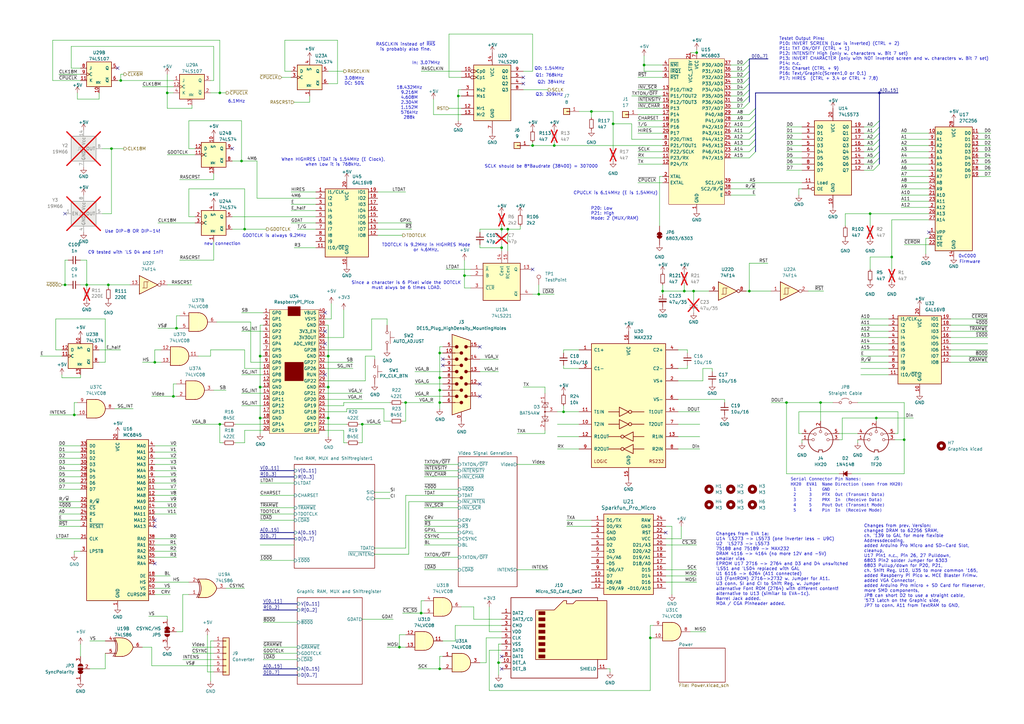
<source format=kicad_sch>
(kicad_sch (version 20231120) (generator "eeschema") (generator_version "8.0")
  (paper "A3")
  (title_block (title "EVA1 (Epson Video Adapter)") (date "2025-01-09") (rev "v0.3") (company "100% Offner") (comment 1 "v0.1: Initial Release") (comment 2 "v0.2: Production version") (comment 3 "v0.3: Redesign with SRAM"))
  (junction (at 44.45 116.84))
  (junction (at 336.55 165.1))
  (junction (at 49.53 33.02))
  (junction (at 322.58 165.1))
  (junction (at 220.98 120.65))
  (junction (at 227.33 59.69))
  (junction (at 251.46 50.8))
  (junction (at 208.28 93.98))
  (junction (at 356.87 87.63))
  (junction (at 180.34 274.32))
  (junction (at 72.39 134.62))
  (junction (at 359.41 171.45))
  (junction (at 205.74 101.6))
  (junction (at 68.58 38.1))
  (junction (at 90.17 173.99))
  (junction (at 284.48 119.38))
  (junction (at 180.34 144.78))
  (junction (at 187.96 39.37))
  (junction (at 106.68 158.75))
  (junction (at 180.34 154.94))
  (junction (at 280.67 119.38))
  (junction (at 204.47 271.78))
  (junction (at 271.78 119.38))
  (junction (at 180.34 165.1))
  (junction (at 231.14 168.91))
  (junction (at 163.83 265.43))
  (junction (at 365.76 105.41))
  (junction (at 172.72 251.46))
  (junction (at 370.84 180.34))
  (junction (at 71.12 162.56))
  (junction (at 30.48 170.18))
  (junction (at 218.44 59.69))
  (junction (at 90.17 38.1))
  (junction (at 205.74 93.98))
  (junction (at 99.06 66.04))
  (junction (at 180.34 160.02))
  (junction (at 264.16 26.67))
  (junction (at 63.5 148.59))
  (junction (at 307.34 119.38))
  (junction (at 148.59 173.99))
  (junction (at 35.56 116.84))
  (junction (at 100.33 93.98))
  (junction (at 106.68 146.05))
  (junction (at 266.7 261.62))
  (junction (at 242.57 45.72))
  (junction (at 134.62 158.75))
  (junction (at 285.75 21.59))
  (junction (at 134.62 171.45))
  (junction (at 166.37 165.1))
  (junction (at 134.62 146.05))
  (junction (at 106.68 171.45))
  (junction (at 190.5 113.03))
  (junction (at 360.68 38.1))
  (junction (at 26.67 116.84))
  (junction (at 45.72 60.96))
  (no_connect (at 48.26 27.94))
  (no_connect (at 133.35 135.89))
  (no_connect (at 196.85 162.56))
  (no_connect (at 63.5 213.36))
  (no_connect (at 196.85 157.48))
  (no_connect (at 381 95.25))
  (no_connect (at 181.61 147.32))
  (no_connect (at 26.67 87.63))
  (no_connect (at 133.35 153.67))
  (no_connect (at 95.25 60.96))
  (no_connect (at 214.63 31.75))
  (no_connect (at 63.5 215.9))
  (no_connect (at 214.63 34.29))
  (no_connect (at 205.74 269.24))
  (no_connect (at 205.74 274.32))
  (no_connect (at 218.44 110.49))
  (no_connect (at 63.5 231.14))
  (no_connect (at 196.85 142.24))
  (no_connect (at 133.35 140.97))
  (no_connect (at 181.61 149.86))
  (no_connect (at 133.35 128.27))
  (no_connect (at 273.05 218.44))
  (bus_entry (at 309.88 54.61) (size -2.54 2.54))
  (bus_entry (at 360.68 57.15) (size -2.54 2.54))
  (bus_entry (at 309.88 62.23) (size -2.54 2.54))
  (bus_entry (at 309.88 46.99) (size -2.54 2.54))
  (bus_entry (at 307.34 39.37) (size -2.54 2.54))
  (bus_entry (at 309.88 49.53) (size -2.54 2.54))
  (bus_entry (at 309.88 52.07) (size -2.54 2.54))
  (bus_entry (at 307.34 41.91) (size -2.54 2.54))
  (bus_entry (at 360.68 49.53) (size -2.54 2.54))
  (bus_entry (at 307.34 24.13) (size -2.54 2.54))
  (bus_entry (at 360.68 64.77) (size -2.54 2.54))
  (bus_entry (at 309.88 57.15) (size -2.54 2.54))
  (bus_entry (at 360.68 59.69) (size -2.54 2.54))
  (bus_entry (at 360.68 54.61) (size -2.54 2.54))
  (bus_entry (at 307.34 34.29) (size -2.54 2.54))
  (bus_entry (at 360.68 52.07) (size -2.54 2.54))
  (bus_entry (at 307.34 26.67) (size -2.54 2.54))
  (bus_entry (at 309.88 44.45) (size -2.54 2.54))
  (bus_entry (at 360.68 67.31) (size -2.54 2.54))
  (bus_entry (at 307.34 29.21) (size -2.54 2.54))
  (bus_entry (at 309.88 59.69) (size -2.54 2.54))
  (bus_entry (at 307.34 31.75) (size -2.54 2.54))
  (bus_entry (at 360.68 62.23) (size -2.54 2.54))
  (bus_entry (at 307.34 36.83) (size -2.54 2.54))
  (wire (pts (xy 152.4 130.81) (xy 158.75 130.81)))
  (wire (pts (xy 181.61 160.02) (xy 180.34 160.02)))
  (wire (pts (xy 87.63 262.89) (xy 86.36 262.89)))
  (wire (pts (xy 163.83 265.43) (xy 166.37 265.43)))
  (wire (pts (xy 299.72 59.69) (xy 307.34 59.69)))
  (wire (pts (xy 153.67 224.79) (xy 166.37 224.79)))
  (wire (pts (xy 140.97 138.43) (xy 140.97 127)))
  (wire (pts (xy 196.85 93.98) (xy 196.85 95.25)))
  (wire (pts (xy 200.66 266.7) (xy 205.74 266.7)))
  (wire (pts (xy 58.42 35.56) (xy 71.12 35.56)))
  (wire (pts (xy 389.89 133.35) (xy 405.13 133.35)))
  (wire (pts (xy 299.72 62.23) (xy 307.34 62.23)))
  (wire (pts (xy 166.37 165.1) (xy 165.1 165.1)))
  (wire (pts (xy 259.08 39.37) (xy 271.78 39.37)))
  (wire (pts (xy 173.99 190.5) (xy 187.96 190.5)))
  (wire (pts (xy 24.13 200.66) (xy 33.02 200.66)))
  (wire (pts (xy 44.45 116.84) (xy 53.34 116.84)))
  (wire (pts (xy 322.58 57.15) (xy 328.93 57.15)))
  (wire (pts (xy 116.84 29.21) (xy 119.38 29.21)))
  (wire (pts (xy 369.57 62.23) (xy 381 62.23)))
  (wire (pts (xy 63.5 208.28) (xy 72.39 208.28)))
  (wire (pts (xy 73.66 106.68) (xy 87.63 106.68)))
  (wire (pts (xy 369.57 80.01) (xy 381 80.01)))
  (wire (pts (xy 173.99 246.38) (xy 172.72 246.38)))
  (wire (pts (xy 33.02 154.94) (xy 33.02 153.67)))
  (wire (pts (xy 307.34 107.95) (xy 314.96 107.95)))
  (wire (pts (xy 218.44 120.65) (xy 220.98 120.65)))
  (wire (pts (xy 299.72 80.01) (xy 309.88 80.01)))
  (bus (pts (xy 307.34 34.29) (xy 307.34 31.75)))
  (wire (pts (xy 157.48 167.64) (xy 157.48 172.72)))
  (wire (pts (xy 100.33 181.61) (xy 96.52 181.61)))
  (wire (pts (xy 48.26 33.02) (xy 49.53 33.02)))
  (wire (pts (xy 95.25 88.9) (xy 129.54 88.9)))
  (wire (pts (xy 299.72 36.83) (xy 304.8 36.83)))
  (wire (pts (xy 63.5 241.3) (xy 69.85 241.3)))
  (wire (pts (xy 26.67 116.84) (xy 27.94 116.84)))
  (wire (pts (xy 223.52 177.8) (xy 223.52 176.53)))
  (wire (pts (xy 22.86 220.98) (xy 33.02 220.98)))
  (wire (pts (xy 87.63 275.59) (xy 85.09 275.59)))
  (wire (pts (xy 24.13 30.48) (xy 33.02 30.48)))
  (bus (pts (xy 309.88 57.15) (xy 309.88 54.61)))
  (wire (pts (xy 322.58 64.77) (xy 328.93 64.77)))
  (wire (pts (xy 106.68 158.75) (xy 107.95 158.75)))
  (wire (pts (xy 359.41 172.72) (xy 359.41 171.45)))
  (wire (pts (xy 212.09 177.8) (xy 223.52 177.8)))
  (wire (pts (xy 189.23 46.99) (xy 177.8 46.99)))
  (wire (pts (xy 73.66 73.66) (xy 87.63 73.66)))
  (wire (pts (xy 344.17 177.8) (xy 351.79 177.8)))
  (wire (pts (xy 285.75 236.22) (xy 273.05 236.22)))
  (wire (pts (xy 180.34 269.24) (xy 180.34 274.32)))
  (wire (pts (xy 119.38 78.74) (xy 129.54 78.74)))
  (wire (pts (xy 171.45 274.32) (xy 180.34 274.32)))
  (wire (pts (xy 281.94 144.78) (xy 281.94 143.51)))
  (wire (pts (xy 231.14 168.91) (xy 237.49 168.91)))
  (wire (pts (xy 60.96 252.73) (xy 68.58 252.73)))
  (wire (pts (xy 328.93 181.61) (xy 328.93 180.34)))
  (wire (pts (xy 370.84 100.33) (xy 381 100.33)))
  (wire (pts (xy 134.62 29.21) (xy 140.97 29.21)))
  (wire (pts (xy 153.67 227.33) (xy 167.64 227.33)))
  (wire (pts (xy 228.6 179.07) (xy 237.49 179.07)))
  (wire (pts (xy 266.7 256.54) (xy 266.7 261.62)))
  (wire (pts (xy 87.63 33.02) (xy 87.63 19.05)))
  (wire (pts (xy 36.83 274.32) (xy 43.18 274.32)))
  (wire (pts (xy 322.58 59.69) (xy 328.93 59.69)))
  (wire (pts (xy 95.25 66.04) (xy 99.06 66.04)))
  (bus (pts (xy 121.92 276.86) (xy 107.95 276.86)))
  (wire (pts (xy 401.32 69.85) (xy 406.4 69.85)))
  (wire (pts (xy 99.06 49.53) (xy 77.47 49.53)))
  (wire (pts (xy 107.95 265.43) (xy 121.92 265.43)))
  (wire (pts (xy 148.59 161.29) (xy 133.35 161.29)))
  (wire (pts (xy 40.64 38.1) (xy 40.64 40.64)))
  (wire (pts (xy 170.18 157.48) (xy 181.61 157.48)))
  (wire (pts (xy 31.75 38.1) (xy 31.75 40.64)))
  (wire (pts (xy 353.06 138.43) (xy 364.49 138.43)))
  (wire (pts (xy 31.75 165.1) (xy 30.48 165.1)))
  (wire (pts (xy 86.36 33.02) (xy 87.63 33.02)))
  (wire (pts (xy 119.38 83.82) (xy 129.54 83.82)))
  (wire (pts (xy 100.33 151.13) (xy 100.33 143.51)))
  (wire (pts (xy 299.72 46.99) (xy 307.34 46.99)))
  (wire (pts (xy 63.5 228.6) (xy 72.39 228.6)))
  (wire (pts (xy 149.86 156.21) (xy 149.86 146.05)))
  (wire (pts (xy 213.36 92.71) (xy 213.36 93.98)))
  (wire (pts (xy 354.33 57.15) (xy 358.14 57.15)))
  (wire (pts (xy 194.31 248.92) (xy 194.31 254)))
  (wire (pts (xy 228.6 173.99) (xy 237.49 173.99)))
  (wire (pts (xy 204.47 147.32) (xy 196.85 147.32)))
  (wire (pts (xy 91.44 181.61) (xy 90.17 181.61)))
  (wire (pts (xy 299.72 77.47) (xy 309.88 77.47)))
  (wire (pts (xy 307.34 119.38) (xy 316.23 119.38)))
  (wire (pts (xy 270.51 72.39) (xy 270.51 92.71)))
  (wire (pts (xy 354.33 52.07) (xy 358.14 52.07)))
  (wire (pts (xy 228.6 168.91) (xy 231.14 168.91)))
  (wire (pts (xy 63.5 236.22) (xy 69.85 236.22)))
  (wire (pts (xy 389.89 148.59) (xy 405.13 148.59)))
  (wire (pts (xy 24.13 210.82) (xy 33.02 210.82)))
  (wire (pts (xy 336.55 165.1) (xy 336.55 172.72)))
  (wire (pts (xy 25.4 116.84) (xy 26.67 116.84)))
  (wire (pts (xy 148.59 163.83) (xy 133.35 163.83)))
  (wire (pts (xy 389.89 140.97) (xy 405.13 140.97)))
  (wire (pts (xy 214.63 158.75) (xy 223.52 158.75)))
  (wire (pts (xy 87.63 73.66) (xy 87.63 71.12)))
  (wire (pts (xy 134.62 171.45) (xy 134.62 179.07)))
  (wire (pts (xy 35.56 106.68) (xy 35.56 116.84)))
  (wire (pts (xy 369.57 59.69) (xy 381 59.69)))
  (bus (pts (xy 360.68 38.1) (xy 360.68 49.53)))
  (wire (pts (xy 173.99 228.6) (xy 187.96 228.6)))
  (wire (pts (xy 99.06 66.04) (xy 105.41 66.04)))
  (wire (pts (xy 49.53 30.48) (xy 50.8 30.48)))
  (wire (pts (xy 134.62 34.29) (xy 138.43 34.29)))
  (wire (pts (xy 288.29 151.13) (xy 292.1 151.13)))
  (wire (pts (xy 24.13 193.04) (xy 33.02 193.04)))
  (wire (pts (xy 166.37 78.74) (xy 154.94 78.74)))
  (wire (pts (xy 21.59 16.51) (xy 21.59 33.02)))
  (wire (pts (xy 189.23 39.37) (xy 187.96 39.37)))
  (wire (pts (xy 224.79 233.68) (xy 212.09 233.68)))
  (wire (pts (xy 251.46 50.8) (xy 251.46 60.96)))
  (wire (pts (xy 63.5 205.74) (xy 72.39 205.74)))
  (wire (pts (xy 200.66 248.92) (xy 200.66 259.08)))
  (wire (pts (xy 322.58 52.07) (xy 328.93 52.07)))
  (wire (pts (xy 261.62 54.61) (xy 271.78 54.61)))
  (wire (pts (xy 275.59 243.84) (xy 275.59 215.9)))
  (wire (pts (xy 107.95 267.97) (xy 121.92 267.97)))
  (wire (pts (xy 40.64 143.51) (xy 49.53 143.51)))
  (wire (pts (xy 99.06 166.37) (xy 107.95 166.37)))
  (wire (pts (xy 173.99 195.58) (xy 187.96 195.58)))
  (wire (pts (xy 261.62 46.99) (xy 271.78 46.99)))
  (wire (pts (xy 25.4 154.94) (xy 33.02 154.94)))
  (wire (pts (xy 78.74 44.45) (xy 68.58 44.45)))
  (wire (pts (xy 327.66 168.91) (xy 368.3 168.91)))
  (wire (pts (xy 24.13 190.5) (xy 33.02 190.5)))
  (wire (pts (xy 21.59 33.02) (xy 33.02 33.02)))
  (bus (pts (xy 307.34 26.67) (xy 307.34 24.13)))
  (wire (pts (xy 353.06 133.35) (xy 364.49 133.35)))
  (wire (pts (xy 107.95 151.13) (xy 100.33 151.13)))
  (wire (pts (xy 133.35 146.05) (xy 134.62 146.05)))
  (wire (pts (xy 167.64 227.33) (xy 167.64 205.74)))
  (wire (pts (xy 231.14 144.78) (xy 231.14 143.51)))
  (wire (pts (xy 284.48 123.19) (xy 284.48 119.38)))
  (wire (pts (xy 204.47 264.16) (xy 205.74 264.16)))
  (wire (pts (xy 220.98 116.84) (xy 220.98 120.65)))
  (wire (pts (xy 299.72 34.29) (xy 304.8 34.29)))
  (wire (pts (xy 205.74 93.98) (xy 208.28 93.98)))
  (wire (pts (xy 58.42 148.59) (xy 63.5 148.59)))
  (wire (pts (xy 166.37 203.2) (xy 187.96 203.2)))
  (wire (pts (xy 173.99 233.68) (xy 187.96 233.68)))
  (wire (pts (xy 29.21 19.05) (xy 87.63 19.05)))
  (wire (pts (xy 129.54 101.6) (xy 120.65 101.6)))
  (wire (pts (xy 190.5 113.03) (xy 193.04 113.03)))
  (wire (pts (xy 142.24 173.99) (xy 133.35 173.99)))
  (wire (pts (xy 30.48 170.18) (xy 31.75 170.18)))
  (wire (pts (xy 328.93 177.8) (xy 327.66 177.8)))
  (wire (pts (xy 204.47 152.4) (xy 196.85 152.4)))
  (wire (pts (xy 24.13 187.96) (xy 33.02 187.96)))
  (wire (pts (xy 144.78 151.13) (xy 133.35 151.13)))
  (wire (pts (xy 133.35 156.21) (xy 149.86 156.21)))
  (wire (pts (xy 165.1 251.46) (xy 172.72 251.46)))
  (wire (pts (xy 271.78 119.38) (xy 271.78 116.84)))
  (wire (pts (xy 180.34 154.94) (xy 180.34 160.02)))
  (wire (pts (xy 106.68 208.28) (xy 120.65 208.28)))
  (wire (pts (xy 261.62 64.77) (xy 271.78 64.77)))
  (wire (pts (xy 299.72 44.45) (xy 304.8 44.45)))
  (wire (pts (xy 173.99 193.04) (xy 187.96 193.04)))
  (wire (pts (xy 354.33 54.61) (xy 358.14 54.61)))
  (wire (pts (xy 181.61 262.89) (xy 186.69 262.89)))
  (wire (pts (xy 166.37 172.72) (xy 166.37 165.1)))
  (wire (pts (xy 401.32 57.15) (xy 406.4 57.15)))
  (wire (pts (xy 356.87 92.71) (xy 356.87 87.63)))
  (wire (pts (xy 74.93 259.08) (xy 74.93 243.84)))
  (wire (pts (xy 369.57 77.47) (xy 381 77.47)))
  (wire (pts (xy 266.7 283.21) (xy 266.7 261.62)))
  (wire (pts (xy 401.32 59.69) (xy 406.4 59.69)))
  (wire (pts (xy 381 97.79) (xy 379.73 97.79)))
  (wire (pts (xy 24.13 215.9) (xy 33.02 215.9)))
  (wire (pts (xy 43.18 148.59) (xy 43.18 130.81)))
  (wire (pts (xy 63.5 185.42) (xy 72.39 185.42)))
  (wire (pts (xy 45.72 60.96) (xy 41.91 60.96)))
  (wire (pts (xy 250.19 275.59) (xy 250.19 274.32)))
  (wire (pts (xy 66.04 143.51) (xy 63.5 143.51)))
  (wire (pts (xy 68.58 38.1) (xy 68.58 44.45)))
  (wire (pts (xy 99.06 135.89) (xy 107.95 135.89)))
  (wire (pts (xy 152.4 143.51) (xy 152.4 130.81)))
  (wire (pts (xy 181.61 142.24) (xy 180.34 142.24)))
  (wire (pts (xy 138.43 16.51) (xy 116.84 16.51)))
  (wire (pts (xy 299.72 57.15) (xy 307.34 57.15)))
  (wire (pts (xy 106.68 229.87) (xy 120.65 229.87)))
  (wire (pts (xy 172.72 251.46) (xy 173.99 251.46)))
  (wire (pts (xy 63.5 200.66) (xy 72.39 200.66)))
  (wire (pts (xy 142.24 167.64) (xy 157.48 167.64)))
  (wire (pts (xy 166.37 260.35) (xy 163.83 260.35)))
  (wire (pts (xy 140.97 166.37) (xy 133.35 166.37)))
  (wire (pts (xy 205.74 101.6) (xy 205.74 102.87)))
  (wire (pts (xy 68.58 252.73) (xy 68.58 254)))
  (wire (pts (xy 81.28 146.05) (xy 86.36 146.05)))
  (wire (pts (xy 401.32 72.39) (xy 406.4 72.39)))
  (wire (pts (xy 278.13 184.15) (xy 287.02 184.15)))
  (wire (pts (xy 20.32 170.18) (xy 30.48 170.18)))
  (wire (pts (xy 187.96 36.83) (xy 187.96 39.37)))
  (wire (pts (xy 135.89 124.46) (xy 135.89 130.81)))
  (wire (pts (xy 148.59 254) (xy 161.29 254)))
  (bus (pts (xy 120.65 218.44) (xy 106.68 218.44)))
  (wire (pts (xy 133.35 138.43) (xy 140.97 138.43)))
  (bus (pts (xy 360.68 64.77) (xy 360.68 62.23)))
  (wire (pts (xy 77.47 49.53) (xy 77.47 60.96)))
  (wire (pts (xy 213.36 93.98) (xy 208.28 93.98)))
  (wire (pts (xy 281.94 143.51) (xy 278.13 143.51)))
  (wire (pts (xy 353.06 146.05) (xy 364.49 146.05)))
  (wire (pts (xy 204.47 271.78) (xy 204.47 264.16)))
  (wire (pts (xy 140.97 165.1) (xy 140.97 166.37)))
  (wire (pts (xy 90.17 38.1) (xy 90.17 16.51)))
  (wire (pts (xy 63.5 210.82) (xy 72.39 210.82)))
  (wire (pts (xy 223.52 158.75) (xy 223.52 161.29)))
  (wire (pts (xy 281.94 151.13) (xy 281.94 149.86)))
  (wire (pts (xy 351.79 165.1) (xy 370.84 165.1)))
  (wire (pts (xy 147.32 181.61) (xy 148.59 181.61)))
  (wire (pts (xy 353.06 148.59) (xy 364.49 148.59)))
  (wire (pts (xy 369.57 69.85) (xy 381 69.85)))
  (wire (pts (xy 299.72 39.37) (xy 304.8 39.37)))
  (bus (pts (xy 360.68 38.1) (xy 368.3 38.1)))
  (wire (pts (xy 127 39.37) (xy 127 41.91)))
  (wire (pts (xy 85.09 260.35) (xy 85.09 275.59)))
  (wire (pts (xy 322.58 69.85) (xy 328.93 69.85)))
  (wire (pts (xy 100.33 93.98) (xy 109.22 93.98)))
  (wire (pts (xy 173.99 208.28) (xy 187.96 208.28)))
  (wire (pts (xy 24.13 182.88) (xy 33.02 182.88)))
  (wire (pts (xy 389.89 135.89) (xy 405.13 135.89)))
  (bus (pts (xy 309.88 38.1) (xy 360.68 38.1)))
  (wire (pts (xy 180.34 144.78) (xy 180.34 154.94)))
  (wire (pts (xy 264.16 29.21) (xy 271.78 29.21)))
  (wire (pts (xy 285.75 233.68) (xy 273.05 233.68)))
  (wire (pts (xy 144.78 148.59) (xy 133.35 148.59)))
  (wire (pts (xy 99.06 49.53) (xy 99.06 66.04)))
  (wire (pts (xy 353.06 130.81) (xy 364.49 130.81)))
  (wire (pts (xy 354.33 62.23) (xy 358.14 62.23)))
  (wire (pts (xy 359.41 171.45) (xy 374.65 171.45)))
  (wire (pts (xy 49.53 33.02) (xy 71.12 33.02)))
  (bus (pts (xy 309.88 52.07) (xy 309.88 49.53)))
  (wire (pts (xy 100.33 143.51) (xy 86.36 143.51)))
  (wire (pts (xy 261.62 44.45) (xy 271.78 44.45)))
  (wire (pts (xy 356.87 87.63) (xy 381 87.63)))
  (wire (pts (xy 214.63 29.21) (xy 218.44 29.21)))
  (wire (pts (xy 107.95 176.53) (xy 100.33 176.53)))
  (wire (pts (xy 180.34 154.94) (xy 181.61 154.94)))
  (wire (pts (xy 100.33 93.98) (xy 100.33 77.47)))
  (wire (pts (xy 133.35 133.35) (xy 134.62 133.35)))
  (wire (pts (xy 133.35 176.53) (xy 140.97 176.53)))
  (wire (pts (xy 33.02 264.16) (xy 33.02 269.24)))
  (wire (pts (xy 177.8 40.64) (xy 177.8 46.99)))
  (wire (pts (xy 133.35 130.81) (xy 135.89 130.81)))
  (wire (pts (xy 96.52 173.99) (xy 107.95 173.99)))
  (wire (pts (xy 120.65 41.91) (xy 127 41.91)))
  (wire (pts (xy 271.78 26.67) (xy 264.16 26.67)))
  (wire (pts (xy 63.5 148.59) (xy 66.04 148.59)))
  (wire (pts (xy 99.06 128.27) (xy 107.95 128.27)))
  (wire (pts (xy 100.33 77.47) (xy 77.47 77.47)))
  (wire (pts (xy 106.68 171.45) (xy 106.68 177.8)))
  (wire (pts (xy 90.17 173.99) (xy 91.44 173.99)))
  (wire (pts (xy 106.68 158.75) (xy 106.68 171.45)))
  (bus (pts (xy 106.68 193.04) (xy 120.65 193.04)))
  (wire (pts (xy 299.72 49.53) (xy 307.34 49.53)))
  (wire (pts (xy 278.13 156.21) (xy 288.29 156.21)))
  (wire (pts (xy 24.13 198.12) (xy 33.02 198.12)))
  (bus (pts (xy 120.65 220.98) (xy 106.68 220.98)))
  (wire (pts (xy 271.78 119.38) (xy 271.78 120.65)))
  (wire (pts (xy 278.13 173.99) (xy 287.02 173.99)))
  (wire (pts (xy 30.48 165.1) (xy 30.48 170.18)))
  (wire (pts (xy 401.32 64.77) (xy 406.4 64.77)))
  (wire (pts (xy 63.5 226.06) (xy 72.39 226.06)))
  (wire (pts (xy 184.15 31.75) (xy 189.23 31.75)))
  (wire (pts (xy 24.13 205.74) (xy 33.02 205.74)))
  (bus (pts (xy 360.68 59.69) (xy 360.68 57.15)))
  (wire (pts (xy 322.58 165.1) (xy 336.55 165.1)))
  (wire (pts (xy 261.62 36.83) (xy 271.78 36.83)))
  (wire (pts (xy 237.49 45.72) (xy 242.57 45.72)))
  (wire (pts (xy 368.3 168.91) (xy 368.3 177.8)))
  (wire (pts (xy 44.45 116.84) (xy 44.45 118.11)))
  (wire (pts (xy 177.8 165.1) (xy 166.37 165.1)))
  (wire (pts (xy 63.5 143.51) (xy 63.5 148.59)))
  (wire (pts (xy 205.74 101.6) (xy 205.74 100.33)))
  (wire (pts (xy 369.57 72.39) (xy 381 72.39)))
  (bus (pts (xy 107.95 247.65) (xy 121.92 247.65)))
  (wire (pts (xy 369.57 74.93) (xy 381 74.93)))
  (wire (pts (xy 63.5 198.12) (xy 72.39 198.12)))
  (wire (pts (xy 299.72 26.67) (xy 304.8 26.67)))
  (wire (pts (xy 74.93 270.51) (xy 87.63 270.51)))
  (wire (pts (xy 389.89 138.43) (xy 405.13 138.43)))
  (wire (pts (xy 72.39 129.54) (xy 72.39 134.62)))
  (wire (pts (xy 134.62 158.75) (xy 134.62 171.45)))
  (wire (pts (xy 157.48 172.72) (xy 160.02 172.72)))
  (wire (pts (xy 389.89 130.81) (xy 405.13 130.81)))
  (wire (pts (xy 173.99 223.52) (xy 187.96 223.52)))
  (wire (pts (xy 86.36 262.89) (xy 86.36 279.4)))
  (bus (pts (xy 121.92 274.32) (xy 107.95 274.32)))
  (wire (pts (xy 232.41 213.36) (xy 242.57 213.36)))
  (wire (pts (xy 184.15 13.97) (xy 184.15 31.75)))
  (wire (pts (xy 99.06 153.67) (xy 107.95 153.67)))
  (wire (pts (xy 133.35 168.91) (xy 142.24 168.91)))
  (wire (pts (xy 106.68 146.05) (xy 106.68 158.75)))
  (wire (pts (xy 63.5 190.5) (xy 72.39 190.5)))
  (wire (pts (xy 180.34 144.78) (xy 181.61 144.78)))
  (wire (pts (xy 232.41 215.9) (xy 242.57 215.9)))
  (wire (pts (xy 200.66 283.21) (xy 266.7 283.21)))
  (wire (pts (xy 170.18 152.4) (xy 181.61 152.4)))
  (wire (pts (xy 251.46 45.72) (xy 251.46 50.8)))
  (wire (pts (xy 41.91 87.63) (xy 45.72 87.63)))
  (wire (pts (xy 270.51 72.39) (xy 271.78 72.39)))
  (wire (pts (xy 116.84 16.51) (xy 116.84 29.21)))
  (wire (pts (xy 205.74 254) (xy 194.31 254)))
  (wire (pts (xy 105.41 81.28) (xy 105.41 66.04)))
  (wire (pts (xy 327.66 77.47) (xy 327.66 80.01)))
  (wire (pts (xy 259.08 57.15) (xy 271.78 57.15)))
  (wire (pts (xy 43.18 130.81) (xy 22.86 130.81)))
  (wire (pts (xy 107.95 255.27) (xy 121.92 255.27)))
  (bus (pts (xy 360.68 52.07) (xy 360.68 49.53)))
  (wire (pts (xy 24.13 213.36) (xy 33.02 213.36)))
  (wire (pts (xy 71.12 162.56) (xy 72.39 162.56)))
  (wire (pts (xy 370.84 194.31) (xy 349.25 194.31)))
  (wire (pts (xy 365.76 90.17) (xy 381 90.17)))
  (wire (pts (xy 140.97 181.61) (xy 142.24 181.61)))
  (wire (pts (xy 63.5 238.76) (xy 77.47 238.76)))
  (wire (pts (xy 187.96 200.66) (xy 173.99 200.66)))
  (wire (pts (xy 322.58 62.23) (xy 328.93 62.23)))
  (wire (pts (xy 73.66 129.54) (xy 72.39 129.54)))
  (wire (pts (xy 186.69 262.89) (xy 186.69 256.54)))
  (wire (pts (xy 322.58 54.61) (xy 328.93 54.61)))
  (wire (pts (xy 173.99 213.36) (xy 187.96 213.36)))
  (wire (pts (xy 78.74 267.97) (xy 87.63 267.97)))
  (wire (pts (xy 62.23 265.43) (xy 62.23 273.05)))
  (wire (pts (xy 227.33 58.42) (xy 227.33 59.69)))
  (wire (pts (xy 187.96 39.37) (xy 187.96 49.53)))
  (wire (pts (xy 78.74 173.99) (xy 90.17 173.99)))
  (wire (pts (xy 78.74 265.43) (xy 87.63 265.43)))
  (wire (pts (xy 205.74 93.98) (xy 196.85 93.98)))
  (wire (pts (xy 133.35 143.51) (xy 152.4 143.51)))
  (wire (pts (xy 68.58 63.5) (xy 80.01 63.5)))
  (wire (pts (xy 165.1 172.72) (xy 166.37 172.72)))
  (wire (pts (xy 148.59 173.99) (xy 147.32 173.99)))
  (wire (pts (xy 278.13 179.07) (xy 287.02 179.07)))
  (wire (pts (xy 289.56 259.08) (xy 283.21 259.08)))
  (wire (pts (xy 106.68 146.05) (xy 107.95 146.05)))
  (wire (pts (xy 106.68 203.2) (xy 120.65 203.2)))
  (wire (pts (xy 228.6 184.15) (xy 237.49 184.15)))
  (wire (pts (xy 63.5 193.04) (xy 72.39 193.04)))
  (wire (pts (xy 288.29 156.21) (xy 288.29 151.13)))
  (wire (pts (xy 231.14 166.37) (xy 231.14 168.91)))
  (wire (pts (xy 354.33 59.69) (xy 358.14 59.69)))
  (wire (pts (xy 401.32 67.31) (xy 406.4 67.31)))
  (wire (pts (xy 63.5 223.52) (xy 72.39 223.52)))
  (wire (pts (xy 138.43 34.29) (xy 138.43 16.51)))
  (bus (pts (xy 307.34 29.21) (xy 307.34 26.67)))
  (wire (pts (xy 86.36 38.1) (xy 90.17 38.1)))
  (wire (pts (xy 353.06 140.97) (xy 364.49 140.97)))
  (bus (pts (xy 309.88 62.23) (xy 309.88 59.69)))
  (wire (pts (xy 327.66 177.8) (xy 327.66 168.91)))
  (wire (pts (xy 62.23 162.56) (xy 71.12 162.56)))
  (wire (pts (xy 63.5 187.96) (xy 72.39 187.96)))
  (wire (pts (xy 261.62 49.53) (xy 271.78 49.53)))
  (wire (pts (xy 153.67 147.32) (xy 153.67 146.05)))
  (wire (pts (xy 100.33 176.53) (xy 100.33 181.61)))
  (wire (pts (xy 58.42 265.43) (xy 62.23 265.43)))
  (bus (pts (xy 307.34 39.37) (xy 307.34 36.83)))
  (wire (pts (xy 68.58 30.48) (xy 68.58 38.1)))
  (wire (pts (xy 322.58 67.31) (xy 328.93 67.31)))
  (wire (pts (xy 90.17 38.1) (xy 92.71 38.1)))
  (wire (pts (xy 307.34 119.38) (xy 306.07 119.38)))
  (wire (pts (xy 43.18 267.97) (xy 43.18 274.32)))
  (wire (pts (xy 134.62 133.35) (xy 134.62 146.05)))
  (wire (pts (xy 40.64 148.59) (xy 43.18 148.59)))
  (wire (pts (xy 196.85 101.6) (xy 205.74 101.6)))
  (wire (pts (xy 133.35 171.45) (xy 134.62 171.45)))
  (wire (pts (xy 63.5 195.58) (xy 72.39 195.58)))
  (wire (pts (xy 24.13 208.28) (xy 33.02 208.28)))
  (wire (pts (xy 278.13 151.13) (xy 281.94 151.13)))
  (wire (pts (xy 299.72 41.91) (xy 304.8 41.91)))
  (wire (pts (xy 25.4 153.67) (xy 25.4 154.94)))
  (wire (pts (xy 344.17 180.34) (xy 345.44 180.34)))
  (wire (pts (xy 227.33 59.69) (xy 271.78 59.69)))
  (wire (pts (xy 71.12 157.48) (xy 71.12 162.56)))
  (wire (pts (xy 278.13 168.91) (xy 287.02 168.91)))
  (wire (pts (xy 292.1 151.13) (xy 292.1 152.4)))
  (wire (pts (xy 369.57 64.77) (xy 381 64.77)))
  (wire (pts (xy 87.63 99.06) (xy 87.63 106.68)))
  (wire (pts (xy 205.74 93.98) (xy 205.74 95.25)))
  (wire (pts (xy 299.72 54.61) (xy 307.34 54.61)))
  (wire (pts (xy 24.13 195.58) (xy 33.02 195.58)))
  (wire (pts (xy 180.34 274.32) (xy 181.61 274.32)))
  (wire (pts (xy 389.89 146.05) (xy 405.13 146.05)))
  (wire (pts (xy 167.64 205.74) (xy 187.96 205.74)))
  (wire (pts (xy 261.62 52.07) (xy 271.78 52.07)))
  (bus (pts (xy 307.34 36.83) (xy 307.34 34.29)))
  (wire (pts (xy 86.36 146.05) (xy 86.36 143.51)))
  (wire (pts (xy 250.19 274.32) (xy 248.92 274.32)))
  (wire (pts (xy 367.03 180.34) (xy 370.84 180.34)))
  (wire (pts (xy 153.67 204.47) (xy 160.02 204.47)))
  (wire (pts (xy 173.99 220.98) (xy 187.96 220.98)))
  (wire (pts (xy 261.62 67.31) (xy 271.78 67.31)))
  (wire (pts (xy 261.62 31.75) (xy 271.78 31.75)))
  (wire (pts (xy 280.67 119.38) (xy 271.78 119.38)))
  (wire (pts (xy 62.23 273.05) (xy 87.63 273.05)))
  (wire (pts (xy 27.94 106.68) (xy 26.67 106.68)))
  (wire (pts (xy 45.72 87.63) (xy 45.72 60.96)))
  (wire (pts (xy 148.59 181.61) (xy 148.59 173.99)))
  (wire (pts (xy 336.55 165.1) (xy 341.63 165.1)))
  (wire (pts (xy 344.17 194.31) (xy 322.58 194.31)))
  (wire (pts (xy 261.62 41.91) (xy 271.78 41.91)))
  (wire (pts (xy 149.86 146.05) (xy 153.67 146.05)))
  (wire (pts (xy 64.77 134.62) (xy 72.39 134.62)))
  (wire (pts (xy 285.75 20.32) (xy 285.75 21.59)))
  (wire (pts (xy 105.41 81.28) (xy 129.54 81.28)))
  (wire (pts (xy 337.82 119.38) (xy 331.47 119.38)))
  (wire (pts (xy 353.06 143.51) (xy 364.49 143.51)))
  (wire (pts (xy 29.21 27.94) (xy 33.02 27.94)))
  (wire (pts (xy 158.75 265.43) (xy 163.83 265.43)))
  (wire (pts (xy 172.72 29.21) (xy 189.23 29.21)))
  (wire (pts (xy 26.67 106.68) (xy 26.67 116.84)))
  (bus (pts (xy 309.88 54.61) (xy 309.88 52.07)))
  (wire (pts (xy 106.68 171.45) (xy 107.95 171.45)))
  (wire (pts (xy 261.62 62.23) (xy 271.78 62.23)))
  (wire (pts (xy 280.67 119.38) (xy 280.67 116.84)))
  (wire (pts (xy 33.02 226.06) (xy 30.48 226.06)))
  (wire (pts (xy 64.77 91.44) (xy 80.01 91.44)))
  (wire (pts (xy 106.68 198.12) (xy 120.65 198.12)))
  (wire (pts (xy 49.53 33.02) (xy 49.53 30.48)))
  (wire (pts (xy 370.84 165.1) (xy 370.84 180.34)))
  (wire (pts (xy 218.44 59.69) (xy 227.33 59.69)))
  (wire (pts (xy 90.17 181.61) (xy 90.17 173.99)))
  (wire (pts (xy 365.76 90.17) (xy 365.76 105.41)))
  (bus (pts (xy 309.88 59.69) (xy 309.88 57.15)))
  (wire (pts (xy 353.06 151.13) (xy 364.49 151.13)))
  (wire (pts (xy 379.73 97.79) (xy 379.73 104.14)))
  (wire (pts (xy 194.31 248.92) (xy 189.23 248.92)))
  (wire (pts (xy 22.86 130.81) (xy 22.86 143.51)))
  (wire (pts (xy 77.47 88.9) (xy 80.01 88.9)))
  (wire (pts (xy 316.23 165.1) (xy 322.58 165.1)))
  (wire (pts (xy 285.75 238.76) (xy 273.05 238.76)))
  (wire (pts (xy 299.72 74.93) (xy 328.93 74.93)))
  (wire (pts (xy 345.44 171.45) (xy 345.44 180.34)))
  (wire (pts (xy 359.41 171.45) (xy 345.44 171.45)))
  (bus (pts (xy 107.95 250.19) (xy 121.92 250.19)))
  (wire (pts (xy 297.18 163.83) (xy 297.18 165.1)))
  (wire (pts (xy 199.39 261.62) (xy 205.74 261.62)))
  (wire (pts (xy 120.65 223.52) (xy 106.68 223.52)))
  (wire (pts (xy 140.97 165.1) (xy 160.02 165.1)))
  (wire (pts (xy 369.57 54.61) (xy 381 54.61)))
  (wire (pts (xy 370.84 180.34) (xy 370.84 194.31)))
  (wire (pts (xy 33.02 116.84) (xy 35.56 116.84)))
  (wire (pts (xy 173.99 215.9) (xy 187.96 215.9)))
  (wire (pts (xy 45.72 60.96) (xy 50.8 60.96)))
  (wire (pts (xy 346.71 92.71) (xy 346.71 87.63)))
  (wire (pts (xy 322.58 165.1) (xy 322.58 194.31)))
  (wire (pts (xy 68.58 38.1) (xy 71.12 38.1)))
  (wire (pts (xy 107.95 148.59) (xy 102.87 148.59)))
  (wire (pts (xy 92.71 160.02) (xy 87.63 160.02)))
  (wire (pts (xy 186.69 256.54) (xy 205.74 256.54)))
  (wire (pts (xy 189.23 36.83) (xy 187.96 36.83)))
  (wire (pts (xy 168.91 91.44) (xy 154.94 91.44)))
  (wire (pts (xy 63.5 182.88) (xy 72.39 182.88)))
  (bus (pts (xy 360.68 54.61) (xy 360.68 52.07)))
  (wire (pts (xy 24.13 185.42) (xy 33.02 185.42)))
  (wire (pts (xy 102.87 148.59) (xy 102.87 132.08)))
  (wire (pts (xy 29.21 19.05) (xy 29.21 27.94)))
  (wire (pts (xy 107.95 133.35) (xy 106.68 133.35)))
  (wire (pts (xy 54.61 167.64) (xy 46.99 167.64)))
  (wire (pts (xy 63.5 220.98) (xy 72.39 220.98)))
  (wire (pts (xy 35.56 118.11) (xy 35.56 116.84)))
  (wire (pts (xy 354.33 69.85) (xy 358.14 69.85)))
  (wire (pts (xy 180.34 160.02) (xy 180.34 165.1)))
  (wire (pts (xy 63.5 243.84) (xy 69.85 243.84)))
  (wire (pts (xy 184.15 44.45) (xy 189.23 44.45)))
  (bus (pts (xy 309.88 49.53) (xy 309.88 46.99)))
  (wire (pts (xy 72.39 157.48) (xy 71.12 157.48)))
  (wire (pts (xy 354.33 67.31) (xy 358.14 67.31)))
  (wire (pts (xy 299.72 52.07) (xy 307.34 52.07)))
  (wire (pts (xy 242.57 45.72) (xy 251.46 45.72)))
  (wire (pts (xy 356.87 110.49) (xy 356.87 105.41)))
  (wire (pts (xy 180.34 165.1) (xy 181.61 165.1)))
  (bus (pts (xy 309.88 46.99) (xy 309.88 44.45)))
  (wire (pts (xy 369.57 82.55) (xy 381 82.55)))
  (wire (pts (xy 205.74 92.71) (xy 205.74 93.98)))
  (wire (pts (xy 353.06 153.67) (xy 364.49 153.67)))
  (wire (pts (xy 90.17 16.51) (xy 21.59 16.51)))
  (wire (pts (xy 153.67 201.93) (xy 160.02 201.93)))
  (wire (pts (xy 266.7 261.62) (xy 267.97 261.62)))
  (wire (pts (xy 251.46 50.8) (xy 259.08 50.8)))
  (wire (pts (xy 299.72 64.77) (xy 307.34 64.77)))
  (wire (pts (xy 172.72 246.38) (xy 172.72 251.46)))
  (wire (pts (xy 231.14 143.51) (xy 237.49 143.51)))
  (bus (pts (xy 307.34 31.75) (xy 307.34 29.21)))
  (wire (pts (xy 158.75 133.35) (xy 158.75 130.81)))
  (wire (pts (xy 119.38 91.44) (xy 129.54 91.44)))
  (wire (pts (xy 299.72 31.75) (xy 304.8 31.75)))
  (wire (pts (xy 273.05 220.98) (xy 279.4 220.98)))
  (wire (pts (xy 95.25 93.98) (xy 100.33 93.98)))
  (wire (pts (xy 401.32 54.61) (xy 406.4 54.61)))
  (wire (pts (xy 106.68 133.35) (xy 106.68 146.05)))
  (wire (pts (xy 307.34 119.38) (xy 307.34 107.95)))
  (wire (pts (xy 346.71 87.63) (xy 356.87 87.63)))
  (wire (pts (xy 199.39 271.78) (xy 196.85 271.78)))
  (wire (pts (xy 35.56 116.84) (xy 44.45 116.84)))
  (wire (pts (xy 275.59 215.9) (xy 273.05 215.9)))
  (wire (pts (xy 107.95 270.51) (xy 121.92 270.51)))
  (wire (pts (xy 173.99 218.44) (xy 187.96 218.44)))
  (wire (pts (xy 182.88 110.49) (xy 193.04 110.49)))
  (wire (pts (xy 280.67 119.38) (xy 284.48 119.38)))
  (wire (pts (xy 261.62 74.93) (xy 271.78 74.93)))
  (wire (pts (xy 193.04 118.11) (xy 190.5 118.11)))
  (wire (pts (xy 389.89 143.51) (xy 405.13 143.51)))
  (bus (pts (xy 309.88 38.1) (xy 309.88 44.45)))
  (wire (pts (xy 74.93 243.84) (xy 77.47 243.84)))
  (wire (pts (xy 218.44 13.97) (xy 184.15 13.97)))
  (wire (pts (xy 68.58 116.84) (xy 78.74 116.84)))
  (wire (pts (xy 142.24 168.91) (xy 142.24 167.64)))
  (wire (pts (xy 220.98 120.65) (xy 227.33 120.65)))
  (wire (pts (xy 133.35 158.75) (xy 134.62 158.75)))
  (wire (pts (xy 369.57 57.15) (xy 381 57.15)))
  (bus (pts (xy 360.68 62.23) (xy 360.68 59.69)))
  (wire (pts (xy 16.51 146.05) (xy 25.4 146.05)))
  (wire (pts (xy 285.75 223.52) (xy 273.05 223.52)))
  (bus (pts (xy 307.34 24.13) (xy 314.96 24.13)))
  (wire (pts (xy 214.63 36.83) (xy 224.79 36.83)))
  (wire (pts (xy 190.5 106.68) (xy 190.5 113.03)))
  (wire (pts (xy 31.75 40.64) (xy 40.64 40.64)))
  (wire (pts (xy 180.34 142.24) (xy 180.34 144.78)))
  (wire (pts (xy 190.5 113.03) (xy 190.5 118.11)))
  (wire (pts (xy 121.92 93.98) (xy 129.54 93.98)))
  (wire (pts (xy 204.47 271.78) (xy 205.74 271.78)))
  (wire (pts (xy 264.16 26.67) (xy 264.16 29.21)))
  (wire (pts (xy 30.48 226.06) (xy 30.48 227.33)))
  (wire (pts (xy 22.86 143.51) (xy 25.4 143.51)))
  (wire (pts (xy 369.57 85.09) (xy 381 85.09)))
  (wire (pts (xy 368.3 177.8) (xy 367.03 177.8)))
  (bus (pts (xy 360.68 67.31) (xy 360.68 64.77)))
  (wire (pts (xy 212.09 190.5) (xy 223.52 190.5)))
  (wire (pts (xy 119.38 86.36) (xy 129.54 86.36)))
  (wire (pts (xy 354.33 64.77) (xy 358.14 64.77)))
  (bus (pts (xy 360.68 57.15) (xy 360.68 54.61)))
  (wire (pts (xy 327.66 77.47) (xy 328.93 77.47)))
  (wire (pts (xy 180.34 165.1) (xy 180.34 167.64)))
  (wire (pts (xy 199.39 271.78) (xy 199.39 261.62)))
  (wire (pts (xy 33.02 106.68) (xy 35.56 106.68)))
  (bus (pts (xy 307.34 41.91) (xy 307.34 39.37)))
  (wire (pts (xy 170.18 162.56) (xy 181.61 162.56)))
  (wire (pts (xy 356.87 105.41) (xy 365.76 105.41)))
  (wire (pts (xy 200.66 266.7) (xy 200.66 283.21)))
  (wire (pts (xy 92.71 241.3) (xy 100.33 241.3)))
  (wire (pts (xy 208.28 93.98) (xy 208.28 102.87)))
  (wire (pts (xy 351.79 181.61) (xy 351.79 180.34)))
  (wire (pts (xy 140.97 176.53) (xy 140.97 181.61)))
  (wire (pts (xy 259.08 50.8) (xy 259.08 57.15)))
  (wire (pts (xy 166.37 224.79) (xy 166.37 203.2)))
  (wire (pts (xy 278.13 163.83) (xy 297.18 163.83)))
  (wire (pts (xy 134.62 146.05) (xy 134.62 158.75)))
  (wire (pts (xy 99.06 161.29) (xy 107.95 161.29)))
  (wire (pts (xy 72.39 134.62) (xy 73.66 134.62)))
  (wire (pts (xy 63.5 203.2) (xy 72.39 203.2)))
  (wire (pts (xy 165.1 96.52) (xy 154.94 96.52)))
  (wire (pts (xy 218.44 58.42) (xy 218.44 59.69)))
  (wire (pts (xy 401.32 62.23) (xy 406.4 62.23)))
  (wire (pts (xy 78.74 43.18) (xy 78.74 44.45)))
  (wire (pts (xy 218.44 29.21) (xy 218.44 13.97)))
  (wire (pts (xy 369.57 67.31) (xy 381 67.31)))
  (wire (pts (xy 279.4 215.9) (xy 279.4 220.98)))
  (wire (pts (xy 365.76 105.41) (xy 365.76 110.49)))
  (wire (pts (xy 181.61 269.24) (xy 180.34 269.24)))
  (wire (pts (xy 196.85 101.6) (xy 196.85 100.33)))
  (wire (pts (xy 242.57 45.72) (xy 242.57 48.26)))
  (wire (pts (xy 106.68 210.82) (xy 120.65 210.82)))
  (wire (pts (xy 299.72 29.21) (xy 304.8 29.21)))
  (wire (pts (xy 217.17 59.69) (xy 218.44 59.69)))
  (wire (pts (xy 267.97 256.54) (xy 266.7 256.54)))
  (wire (pts (xy 237.49 151.13) (xy 231.14 151.13)))
  (wire (pts (xy 77.47 77.47) (xy 77.47 88.9)))
  (wire (pts (xy 204.47 276.86) (xy 204.47 271.78)))
  (bus (pts (xy 106.68 195.58) (xy 120.65 195.58)))
  (wire (pts (xy 115.57 31.75) (xy 119.38 31.75)))
  (wire (pts (xy 285.75 21.59) (xy 283.21 21.59)))
  (wire (pts (xy 163.83 260.35) (xy 163.83 265.43)))
  (wire (pts (xy 106.68 213.36) (xy 120.65 213.36)))
  (wire (pts (xy 264.16 22.86) (xy 264.16 26.67)))
  (wire (pts (xy 353.06 135.89) (xy 364.49 135.89)))
  (wire (pts (xy 36.83 262.89) (xy 43.18 262.89)))
  (wire (pts (xy 154.94 93.98) (xy 168.91 93.98)))
  (wire (pts (xy 72.39 259.08) (xy 74.93 259.08)))
  (wire (pts (xy 88.9 132.08) (xy 102.87 132.08)))
  (wire (pts (xy 231.14 151.13) (xy 231.14 149.86)))
  (wire (pts (xy 284.48 119.38) (xy 290.83 119.38)))
  (wire (pts (xy 77.47 60.96) (xy 80.01 60.96)))
  (wire (pts (xy 200.66 259.08) (xy 205.74 259.08)))
  (wire (pts (xy 156.21 173.99) (xy 148.59 173.99)))
  (text "P20: Low\nP21: High\nMode: 2 (MUX/RAM)" (at 242.316 90.424 0) (effects (font (size 1.27 1.27)) (justify left bottom)))
  (text "3.08MHz\nDC: 50%" (at 141.224 33.274 0) (effects (font (size 1.27 1.27)) (justify left)))
  (text "TDOTCLK is 9.2MHz in HIGHRES Mode\nor 4.6MHz." (at 174.752 101.6 0) (effects (font (size 1.27 1.27))))
  (text "Testet Output Pins:\nP10: INVERT SCREEN (Low is inverted) (CTRL + 2)\nP11: TXT ON/OFF (CTRL + 1)\nP12: INTENSITY High (only w. characters w. Bit 7 set)\nP13: INVERT CHARACTER (only with NOT inverted screen and w. characters w. Bit 7 set)\nP14: n.c.\nP15: Charset (CTRL + 9)\nP16: Text/Graphic(Screen1,0 or 0,1)\nP17: HIRES  (CTRL + 3,4 or CTRL + 7,8)" (at 319.532 24.13 0) (effects (font (size 1.27 1.27)) (justify left)))
  (text "RASCLKIN instead of ~{RAS}\nis probably also fine." (at 166.37 19.304 0) (effects (font (size 1.27 1.27))))
  (text "Use DIP-8 OR DIP-14!" (at 54.356 94.996 0) (effects (font (size 1.27 1.27))))
  (text "GDOTCLK is always 9.2MHz" (at 112.522 96.774 0) (effects (font (size 1.27 1.27))))
  (text "C9 tested with 'LS 04 and 1nF!" (at 36.068 103.632 0) (effects (font (size 1.27 1.27)) (justify left)))
  (text "Q1: 768kHz" (at 225.298 30.988 0) (effects (font (size 1.27 1.27))))
  (text "CPUCLK is 6.14MHz (E is 1.54MHz)" (at 252.476 79.248 0) (effects (font (size 1.27 1.27))))
  (text "Serial Connector Pin Names:\nHX20  EVA1  Name Direction (seen from HX20)\n 1     1    GND  -\n 2     3    PTX  Out (Transmit Data)\n 3     2    PRX  In  (Receive Data)\n 4     5    Pout Out (Transmit Mode)\n 5     4    Pin  In  (Receive Mode)" (at 324.358 203.454 0) (effects (font (size 1.27 1.27)) (justify left)))
  (text "Q3: 309kHz" (at 225.298 38.862 0) (effects (font (size 1.27 1.27))))
  (text "Changes from EVA 1a:\nU14 'LS273 -> LS573 (one inverter less - U9C)\nU2  'LS273 -> LS573\n75188 and 75189 -> MAX232\nDRAM 4116 -> 4164 (no more 12V and -5V)\nsmaller vias\nEPROM U17 2716 -> 2764 and D3 and D4 unswitched\n'LS51 and 'LS04 replaced with GAL\nU1 6116 -> 6264 (A11 connected)\nU3 (FontROM) 2716->2732 w. Jumper for A11.\nU3 conn. SI and CI to Shift Reg. w. Jumper\nalternative Font ROM (2764) with different content!\nalternative to U13 (similar to EVA-1c).\nBarrel Jack added.\nMDA / CGA Pinheader added." (at 293.624 233.426 0) (effects (font (size 1.27 1.27)) (justify left)))
  (text "SCLK should be 8*Baudrate (38400) = 307000" (at 221.996 68.326 0) (effects (font (size 1.27 1.27))))
  (text "When HIGHRES LTDAT is 1.54MHz (E Clock),\nwhen Low it is 768kHz." (at 136.652 66.548 0) (effects (font (size 1.27 1.27))))
  (text "6.1MHz" (at 97.028 41.656 0) (effects (font (size 1.27 1.27))))
  (text "Since a character is 6 Pixel wide the DOTCLK\nmust alwys be 6 times LOAD." (at 166.624 117.094 0) (effects (font (size 1.27 1.27))))
  (text "Firmware" (at 397.764 107.442 0) (effects (font (size 1.27 1.27))))
  (text "18.432MHz\n9.216M\n4.608M\n2.304M\n1.152M\n576kHz\n288k" (at 167.894 42.164 0) (effects (font (size 1.27 1.27))))
  (text "new connection\n" (at 91.186 100.076 0) (effects (font (size 1.27 1.27))))
  (text "0xC000" (at 396.748 105.156 0) (effects (font (size 1.27 1.27))))
  (text "Q0: 1.54MHz" (at 225.298 28.194 0) (effects (font (size 1.27 1.27))))
  (text "In: 3.07MHz" (at 174.752 25.908 0) (effects (font (size 1.27 1.27))))
  (text "Q2: 384kHz" (at 226.06 33.782 0) (effects (font (size 1.27 1.27))))
  (text "Changes from prev. Version:\nchanged DRAM to 62256 SRAM,\nch. '139 to GAL for more flexible\nAddressdecoding,\nadded Arduino Pro Micro and SD-Card Slot,\ncleanup,\nU17 Pin1 n.c., Pin 26, 27 Pulldown,\n6803 Pin2 solder Jumper for 6303\n6803 Pullup/down for P20, P21,\nch. Shift Reg. U10, U35 to more common '165,\nadded Raspberry Pi Pico w. MCE Blaster Frimw.\nadded VGA Connector,\nadded Arduino Pro micro + SD Card for fileserver,\nmore SMD components,\nJP8 can short D2 to use a straight cable,\n'573 Latch on the Graphic side,\nJP7 to conn. A11 from TextRAM to GND,\n\n" (at 354.33 233.172 0) (effects (font (size 1.27 1.27)) (justify left)))
  (label "A[0..15]" (at 106.68 218.44 0))
  (label "A15" (at 304.8 64.77 180))
  (label "D5" (at 304.8 39.37 180))
  (label "VGA_H" (at 148.59 163.83 180))
  (label "A12" (at 304.8 57.15 180))
  (label "V9" (at 72.39 205.74 180))
  (label "A8" (at 304.8 46.99 180))
  (label "D3" (at 24.13 190.5 0))
  (label "D0" (at 24.13 182.88 0))
  (label "R{slash}~{W}" (at 353.06 148.59 0))
  (label "LTDAT" (at 106.68 198.12 0))
  (label "VGA_G" (at 156.21 173.99 180))
  (label "RASCRST" (at 73.66 73.66 0))
  (label "V[0..11]" (at 106.68 193.04 0))
  (label "~{LOAD}" (at 106.68 213.36 0))
  (label "D4" (at 322.58 62.23 0))
  (label "LTDAT" (at 182.88 110.49 0))
  (label "D1" (at 406.4 57.15 180))
  (label "RASCRST" (at 78.74 116.84 180))
  (label "~{GRAMWE}" (at 405.13 148.59 180))
  (label "~{INV_CHAR}" (at 173.99 195.58 0))
  (label "A4" (at 369.57 64.77 0))
  (label "A1" (at 369.57 57.15 0))
  (label "SB" (at 144.78 148.59 180))
  (label "~{4000}" (at 24.13 208.28 0))
  (label "A14" (at 304.8 62.23 180))
  (label "E" (at 24.13 213.36 0))
  (label "A8" (at 369.57 74.93 0))
  (label "~{RST}" (at 261.62 31.75 0))
  (label "RASCLKIN" (at 172.72 29.21 0))
  (label "D[0..7]" (at 106.68 220.98 0))
  (label "SCK" (at 171.45 274.32 0))
  (label "VGA_R" (at 170.18 162.56 0))
  (label "A15" (at 353.06 143.51 0))
  (label "MISO" (at 289.56 259.08 180))
  (label "E_half" (at 49.53 143.51 180))
  (label "~{RST}" (at 337.82 119.38 180))
  (label "INTENS" (at 74.93 270.51 0))
  (label "~{TRAMWE}" (at 106.68 208.28 0))
  (label "BL" (at 173.99 223.52 0))
  (label "D[0..7]" (at 107.95 276.86 0))
  (label "~{8000}" (at 107.95 255.27 0))
  (label "SG_INT" (at 144.78 151.13 180))
  (label "CLK18M" (at 58.42 35.56 0))
  (label "~{CPUCLK}" (at 24.13 33.02 0))
  (label "GDOTCLK" (at 68.58 63.5 0))
  (label "D3" (at 304.8 34.29 180))
  (label "VS" (at 60.96 252.73 0))
  (label "D3" (at 406.4 62.23 180))
  (label "VGA_G" (at 170.18 157.48 0))
  (label "~{8000}" (at 405.13 146.05 180))
  (label "D2" (at 322.58 57.15 0))
  (label "LTDAT" (at 166.37 78.74 180))
  (label "INTENS" (at 20.32 170.18 0))
  (label "~{CS_SD}" (at 165.1 251.46 0))
  (label "INTENS" (at 224.79 233.68 180))
  (label "A11" (at 353.06 133.35 0))
  (label "A4" (at 358.14 62.23 180))
  (label "CSYNC" (at 78.74 267.97 0))
  (label "~{RST}" (at 24.13 215.9 0))
  (label "~{INV_CHAR}" (at 261.62 44.45 0))
  (label "~{R3}" (at 173.99 215.9 0))
  (label "D4" (at 406.4 64.77 180))
  (label "A10" (at 304.8 52.07 180))
  (label "D5" (at 24.13 195.58 0))
  (label "A3" (at 369.57 62.23 0))
  (label "SG_INT" (at 54.61 167.64 180))
  (label "CHARSET" (at 261.62 49.53 0))
  (label "RASCRST" (at 73.66 106.68 0))
  (label "MISO" (at 285.75 236.22 180))
  (label "D6" (at 24.13 198.12 0))
  (label "A[0..15]" (at 360.68 38.1 0))
  (label "CRV" (at 69.85 243.84 180))
  (label "V0" (at 72.39 182.88 180))
  (label "MOSI" (at 285.75 238.76 180))
  (label "E" (at 119.38 83.82 0))
  (label "D1" (at 304.8 29.21 180))
  (label "D4" (at 24.13 193.04 0))
  (label "A10" (at 369.57 80.01 0))
  (label "V4" (at 72.39 193.04 180))
  (label "~{TRAMWE}" (at 405.13 135.89 180))
  (label "~{4000}" (at 173.99 200.66 0))
  (label "TX" (at 214.63 158.75 0))
  (label "D[0..7]" (at 314.96 24.13 180))
  (label "SI" (at 160.02 201.93 0))
  (label "TXTON{slash}~{OFF}" (at 173.99 228.6 0))
  (label "TXA" (at 212.09 177.8 0))
  (label "V6" (at 72.39 198.12 180))
  (label "R[0..3]" (at 106.68 195.58 0))
  (label "D6" (at 322.58 67.31 0))
  (label "D0" (at 304.8 26.67 180))
  (label "Video" (at 223.52 190.5 180))
  (label "~{4000}" (at 405.13 133.35 180))
  (label "V7" (at 72.39 200.66 180))
  (label "RX" (at 261.62 64.77 0))
  (label "SG_INT" (at 99.06 153.67 0))
  (label "A0" (at 358.14 52.07 180))
  (label "D5" (at 406.4 67.31 180))
  (label "R{slash}~{W}" (at 24.13 205.74 0))
  (label "BL" (at 69.85 236.22 180))
  (label "A1" (at 358.14 54.61 180))
  (label "A12" (at 353.06 135.89 0))
  (label "CLK18M" (at 24.13 30.48 0))
  (label "V5" (at 72.39 195.58 180))
  (label "4M6" (at 105.41 66.04 180))
  (label "R[0..2]" (at 107.95 250.19 0))
  (label "TX" (at 261.62 67.31 0))
  (label "T{slash}G" (at 261.62 52.07 0))
  (label "A10" (at 353.06 130.81 0))
  (label "~{CS_SD}" (at 285.75 223.52 180))
  (label "D0" (at 406.4 54.61 180))
  (label "V3" (at 72.39 190.5 180))
  (label "~{INTENSITY}" (at 261.62 41.91 0))
  (label "CRV" (at 173.99 213.36 0))
  (label "RX" (at 228.6 184.15 0))
  (label "V8" (at 72.39 203.2 180))
  (label "E" (at 353.06 146.05 0))
  (label "SCLK" (at 261.62 62.23 0))
  (label "GDAT" (at 161.29 254 180))
  (label "RX" (at 232.41 215.9 0))
  (label "D2" (at 24.13 187.96 0))
  (label "VGA_B" (at 78.74 173.99 0))
  (label "A12" (at 369.57 85.09 0))
  (label "DOUT" (at 287.02 168.91 180))
  (label "A2" (at 369.57 59.69 0))
  (label "VGA_V" (at 148.59 161.29 180))
  (label "A7" (at 358.14 69.85 180))
  (label "SG_INT" (at 99.06 161.29 0))
  (label "CSYNC" (at 100.33 241.3 180))
  (label "~{INV_SCR}" (at 173.99 208.28 0))
  (label "VS#" (at 64.77 134.62 0))
  (label "~{CEROM}" (at 370.84 100.33 0))
  (label "CLK18M" (at 64.77 91.44 0))
  (label "D7" (at 406.4 72.39 180))
  (label "E_half" (at 119.38 86.36 0))
  (label "A5" (at 369.57 67.31 0))
  (label "V10" (at 72.39 208.28 180))
  (label "HS" (at 58.42 148.59 0))
  (label "VS#" (at 76.2 273.05 0))
  (label "D1" (at 24.13 185.42 0))
  (label "~{LOAD}" (at 227.33 120.65 180))
  (label "GPXL" (at 168.91 91.44 180))
  (label "A[0..15]" (at 107.95 274.32 0))
  (label "A14" (at 353.06 140.97 0))
  (label "TXTON{slash}~{OFF}" (at 173.99 190.5 0))
  (label "CHARSET" (at 106.68 203.2 0))
  (label "DOUT" (at 316.23 165.1 0))
  (label "VGA_H" (at 204.47 152.4 180))
  (label "CI" (at 160.02 204.47 0))
  (label "Video" (at 62.23 162.56 0))
  (label "VS" (at 36.83 262.89 0))
  (label "A6" (at 358.14 67.31 180))
  (label "~{CEROM}" (at 405.13 130.81 180))
  (label "T/G" (at 121.92 93.98 0))
  (label "Din" (at 374.65 171.45 180))
  (label "MOSI" (at 158.75 265.43 0))
  (label "D5" (at 322.58 64.77 0))
  (label "VGA_B" (at 170.18 152.4 0))
  (label "TXA" (at 232.41 213.36 0))
  (label "A11" (at 304.8 54.61 180))
  (label "SB" (at 92.71 160.02 180))
  (label "TDOTCLK" (at 106.68 210.82 0))
  (label "D4" (at 304.8 36.83 180))
  (label "~{INTENSITY}" (at 173.99 193.04 0))
  (label "~{R3}" (at 168.91 93.98 180))
  (label "VGA_V" (at 204.47 147.32 180))
  (label "A6" (at 369.57 69.85 0))
  (label "R2" (at 72.39 226.06 180))
  (label "D7" (at 322.58 69.85 0))
  (label "D0" (at 322.58 52.07 0))
  (label "R1" (at 72.39 223.52 180))
  (label "HS" (at 73.66 238.76 180))
  (label "VS" (at 69.85 241.3 180))
  (label "HIRES" (at 261.62 54.61 0))
  (label "A13" (at 353.06 138.43 0))
  (label "A11" (at 369.57 82.55 0))
  (label "~{LOAD}" (at 107.95 270.51 0))
  (label "V2" (at 72.39 187.96 180))
  (label "V11" (at 72.39 210.82 180))
  (label "D2" (at 406.4 59.69 180))
  (label "D6" (at 406.4 69.85 180))
  (label "D7" (at 24.13 200.66 0))
  (label "SG_INT" (at 99.06 166.37 0))
  (label "~{INV_SCR}" (at 261.62 36.83 0))
  (label "A13" (at 304.8 59.69 180))
  (label "A5" (at 358.14 64.77 180))
  (label "R3" (at 72.39 228.6 180))
  (label "V[0..11]" (at 107.95 247.65 0))
  (label "A9" (at 304.8 49.53 180))
  (label "RST" (at 314.96 107.95 180))
  (label "D7" (at 304.8 44.45 180))
  (label "GDAT" (at 119.38 91.44 0))
  (label "A9" (at 369.57 77.47 0))
  (label "VGA_R" (at 177.8 165.1 180))
  (label "~{GRAMWE}" (at 107.95 265.43 0))
  (label "~{LOAD}" (at 173.99 233.68 0))
  (label "D3" (at 322.58 59.69 0))
  (label "D2" (at 304.8 31.75 180))
  (label "SG_INT" (at 99.06 135.89 0))
  (label "SCK" (at 285.75 233.68 180))
  (label "E" (at 309.88 80.01 180))
  (label "A7" (at 369.57 72.39 0))
  (label "Video" (at 78.74 265.43 0))
  (label "R{slash}~{W}" (at 309.88 77.47 180))
  (label "R3" (at 120.65 101.6 0))
  (label "~{1000}" (at 405.13 138.43 180))
  (label "AS" (at 309.88 74.93 180))
  (label "D6" (at 304.8 41.91 180))
  (label "A0" (at 24.13 210.82 0))
  (label "R0" (at 72.39 220.98 180))
  (label "A3" (at 358.14 59.69 180))
  (label "A0" (at 369.57 54.61 0))
  (label "~{CPUCLK}" (at 261.62 74.93 0))
  (label "SB" (at 99.06 128.27 0))
  (label "HIRES" (at 119.38 78.74 0))
  (label "E" (at 16.51 146.05 0))
  (label "V1" (at 72.39 185.42 180))
  (label "~{1000}" (at 106.68 229.87 0))
  (label "D1" (at 322.58 54.61 0))
  (label "GPXL" (at 173.99 218.44 0))
  (label "TXTON{slash}~{OFF}" (at 259.08 39.37 0))
  (label "LTDAT" (at 22.86 220.98 0))
  (label "Din" (at 287.02 184.15 180))
  (label "GDOTCLK" (at 107.95 267.97 0))
  (label "A2" (at 358.14 57.15 180))
  (label "TDAT" (at 173.99 203.2 0))
  (label "4M6" (at 119.38 81.28 0))
  (label "CSYNC" (at 173.99 220.98 0))
  (hierarchical_label "~{CPUCLK}" (shape output) (at 92.71 38.1 0))
  (hierarchical_label "~{CLK6M}" (shape output) (at 50.8 30.48 0))
  (hierarchical_label "RASCLKIN" (shape output) (at 140.97 29.21 0))
  (hierarchical_label "RST" (shape input) (at 184.15 44.45 180))
  (hierarchical_label "RASCRST" (shape input) (at 120.65 41.91 180))
  (hierarchical_label "~{4000}" (shape input) (at 25.4 116.84 180))
  (hierarchical_label "~{CPUCLK}" (shape input) (at 115.57 31.75 180))
  (hierarchical_label "CLK18M" (shape output) (at 50.8 60.96 0))
  (hierarchical_label "SCLK" (shape output) (at 224.79 36.83 0))
  (hierarchical_label "GDOTCLK" (shape output) (at 109.22 93.98 0))
  (hierarchical_label "TDOTCLK" (shape output) (at 165.1 96.52 0))
  (symbol (lib_id "Connector:Micro_SD_Card_Det2") (at 228.6 261.62 0) (unit 1)
    (property "Reference" "J10" (at 229.235 240.03 0))
    (property "Value" "Micro_SD_Card_Det2" (at 229.235 242.57 0))
    (property "Footprint" "Connector_Card:microSD_HC_Hirose_DM3D-SF" (effects (hide yes)))
    (property "Datasheet" "https://www.hirose.com/en/product/document?clcode=&productname=&series=DM3&documenttype=Catalog&lang=en&documentid=D49662_en" (effects (hide yes)))
    (property "Description" "Micro SD Card Socket with two card detection pins" (effects (hide yes)))
  )
  (symbol (lib_id "GPU:MC6845") (at 48.26 213.36 0) (unit 1)
    (property "Reference" "U16" (at 50.4541 175.895 0) (effects (justify left)))
    (property "Value" "MC6845" (at 50.4541 178.435 0) (effects (justify left)))
    (property "Footprint" "Package_DIP:DIP-40_W15.24mm_Socket" (effects (hide yes)))
    (property "Datasheet" "http://pdf.datasheetcatalog.com/datasheet_pdf/motorola/MC6845L_and_MC6845P.pdf" (effects (hide yes)))
  )
  (symbol (lib_id "Device:R_Small") (at 44.45 120.65 180) (unit 1)
    (property "Reference" "R111" (at 46.99 119.3799 0) (effects (justify right)))
    (property "Value" "220E" (at 46.99 121.9199 0) (effects (justify right)))
    (property "Footprint" "Resistor_SMD:R_1206_3216Metric_Pad1.30x1.75mm_HandSolder" (effects (hide yes)))
    (property "Description" "Resistor, small symbol" (effects (hide yes)))
  )
  (symbol (lib_id "power:GND") (at 158.75 143.51 0) (unit 1)
    (property "Reference" "#PWR152" (effects (hide yes)))
    (property "Value" "GND" (at 158.877 147.9042 0))
  )
  (symbol (lib_id "Device:R_Small") (at 346.71 95.25 180) (unit 1)
    (property "Reference" "R102" (at 349.25 93.9799 0) (effects (justify right)))
    (property "Value" "4k7" (at 349.25 96.5199 0) (effects (justify right)))
    (property "Footprint" "Resistor_SMD:R_1206_3216Metric_Pad1.30x1.75mm_HandSolder" (effects (hide yes)))
    (property "Description" "Resistor, small symbol" (effects (hide yes)))
  )
  (symbol (lib_id "Arduino:Sparkfun_Pro_Micro") (at 257.81 228.6 0) (unit 1)
    (property "Reference" "U21" (at 257.81 205.74 0) (effects (font (size 1.524 1.524))))
    (property "Value" "Sparkfun_Pro_Micro" (at 257.81 208.28 0) (effects (font (size 1.524 1.524))))
    (property "Footprint" "Arduino:Sparkfun_Pro_Micro" (effects (hide yes)))
    (property "Datasheet" "https://www.sparkfun.com/products/12640" (effects (hide yes)))
    (property "Description" "Sparkfun Pro Micro" (effects (hide yes)))
  )
  (symbol (lib_id "power:+5V") (at 135.89 124.46 0) (unit 1)
    (property "Reference" "#PWR145" (effects (hide yes)))
    (property "Value" "+5V" (at 135.89 119.38 0))
    (property "Description" "Power symbol creates a global label with name \"+5V\"" (effects (hide yes)))
  )
  (symbol (lib_id "Switch:SW_Push") (at 158.75 138.43 270) (unit 1)
    (property "Reference" "SW2" (at 167.64 137.6426 90))
    (property "Value" "AUTO_ADJUST" (at 167.64 139.954 90))
    (property "Footprint" "Button_Switch_THT:SW_PUSH_6mm" (effects (hide yes)))
  )
  (symbol (lib_id "Jumper:SolderJumper_3_Bridged12") (at 33.02 274.32 90) (unit 1) (exclude_from_sim yes) (in_bom no)
    (property "Reference" "JP3" (at 30.48 273.0499 90) (effects (justify left)))
    (property "Value" "SyncPolarity" (at 30.48 275.5899 90) (effects (justify left)))
    (property "Footprint" "Jumper:SolderJumper-3_P1.3mm_Bridged12_RoundedPad1.0x1.5mm" (effects (hide yes)))
    (property "Description" "3-pole Solder Jumper, pins 1+2 closed/bridged" (effects (hide yes)))
  )
  (symbol (lib_id "power:+5V") (at 285.75 20.32 0) (unit 1)
    (property "Reference" "#PWR0102" (effects (hide yes)))
    (property "Value" "+5V" (at 285.75 16.51 0))
  )
  (symbol (lib_id "74xx:74LS08") (at 189.23 271.78 0) (unit 1)
    (property "Reference" "U31" (at 189.2217 262.89 0))
    (property "Value" "74LVC08" (at 189.2217 265.43 0))
    (property "Footprint" "Package_SO:SOIC-14_3.9x8.7mm_P1.27mm" (effects (hide yes)))
    (property "Datasheet" "http://www.ti.com/lit/gpn/sn74LS08" (effects (hide yes)))
    (property "Description" "Quad And2" (effects (hide yes)))
  )
  (symbol (lib_id "power:GND") (at 201.93 54.61 0) (unit 1)
    (property "Reference" "#PWR0175" (effects (hide yes)))
    (property "Value" "GND" (at 201.93 58.42 0))
  )
  (symbol (lib_id "Jumper:SolderJumper_3_Bridged12") (at 68.58 259.08 90) (mirror x) (unit 1) (exclude_from_sim yes) (in_bom no)
    (property "Reference" "JP5" (at 66.04 260.3501 90) (effects (justify left)))
    (property "Value" "CSYNC/HS" (at 66.04 257.8101 90) (effects (justify left)))
    (property "Footprint" "Jumper:SolderJumper-3_P1.3mm_Bridged12_RoundedPad1.0x1.5mm" (effects (hide yes)))
    (property "Description" "3-pole Solder Jumper, pins 1+2 closed/bridged" (effects (hide yes)))
  )
  (symbol (lib_id "power:+5V") (at 264.16 22.86 0) (unit 1)
    (property "Reference" "#PWR0101" (effects (hide yes)))
    (property "Value" "+5V" (at 264.16 19.05 0))
  )
  (symbol (lib_id "power:+5V") (at 68.58 30.48 0) (unit 1)
    (property "Reference" "#PWR61" (effects (hide yes)))
    (property "Value" "+5V" (at 68.58 27.305 0))
  )
  (symbol (lib_id "power:GND") (at 275.59 243.84 0) (unit 1)
    (property "Reference" "#PWR13" (effects (hide yes)))
    (property "Value" "GND" (at 275.59 247.65 0))
  )
  (symbol (lib_id "power:GND") (at 34.29 68.58 0) (unit 1)
    (property "Reference" "#PWR23" (effects (hide yes)))
    (property "Value" "GND" (at 34.29 72.39 0))
  )
  (symbol (lib_name "+5V_1") (lib_id "power:+5V") (at 33.02 264.16 0) (unit 1)
    (property "Reference" "#PWR156" (effects (hide yes)))
    (property "Value" "+5V" (at 33.02 259.08 0))
    (property "Description" "Power symbol creates a global label with name \"+5V\"" (effects (hide yes)))
  )
  (symbol (lib_id "power:+5V") (at 190.5 106.68 0) (unit 1)
    (property "Reference" "#PWR0177" (effects (hide yes)))
    (property "Value" "+5V" (at 190.5 102.5469 0))
  )
  (symbol (lib_id "74xx:74LS08") (at 73.66 146.05 0) (unit 4)
    (property "Reference" "U37" (at 73.6517 137.16 0))
    (property "Value" "74LVC08" (at 73.6517 139.7 0))
    (property "Footprint" "Package_SO:SOIC-14_3.9x8.7mm_P1.27mm" (effects (hide yes)))
    (property "Datasheet" "http://www.ti.com/lit/gpn/sn74LS08" (effects (hide yes)))
    (property "Description" "Quad And2" (effects (hide yes)))
  )
  (symbol (lib_id "power:GND") (at 391.16 105.41 0) (unit 1)
    (property "Reference" "#PWR0111" (effects (hide yes)))
    (property "Value" "GND" (at 391.16 109.22 0))
  )
  (symbol (lib_id "power:+5V") (at 201.93 21.59 0) (unit 1)
    (property "Reference" "#PWR0173" (effects (hide yes)))
    (property "Value" "+5V" (at 201.93 18.415 0))
  )
  (symbol (lib_id "power:GND") (at 257.81 196.85 0) (unit 1)
    (property "Reference" "#PWR034" (effects (hide yes)))
    (property "Value" "GND" (at 257.81 200.66 0))
  )
  (symbol (lib_id "power:+5V") (at 227.33 53.34 0) (unit 1)
    (property "Reference" "#PWR58" (effects (hide yes)))
    (property "Value" "+5V" (at 227.33 50.165 0))
  )
  (symbol (lib_id "74xx:74LS107") (at 78.74 35.56 0) (unit 1)
    (property "Reference" "U29" (at 78.74 26.67 0))
    (property "Value" "74LS107" (at 78.74 29.21 0))
    (property "Footprint" "Package_DIP:DIP-14_W7.62mm" (effects (hide yes)))
    (property "Datasheet" "http://www.ti.com/lit/gpn/sn74LS107" (effects (hide yes)))
    (property "Description" "Dual JK Flip-Flop, reset" (effects (hide yes)))
  )
  (symbol (lib_id "power:GND") (at 377.19 161.29 0) (unit 1)
    (property "Reference" "#PWR6" (effects (hide yes)))
    (property "Value" "GND" (at 377.19 165.1 0))
  )
  (symbol (lib_id "Device:R_Small") (at 93.98 181.61 270) (unit 1)
    (property "Reference" "R18" (at 93.98 176.53 90))
    (property "Value" "422E" (at 93.98 179.07 90))
    (property "Footprint" "Resistor_SMD:R_1206_3216Metric_Pad1.30x1.75mm_HandSolder" (effects (hide yes)))
    (property "Description" "Resistor, small symbol" (effects (hide yes)))
  )
  (symbol (lib_id "Mechanical:MountingHole") (at 386.08 182.88 0) (unit 1) (exclude_from_sim yes) (in_bom no)
    (property "Reference" "H7" (at 388.62 181.6099 0) (effects (justify left)))
    (property "Value" "Graphics kicad" (at 388.62 184.1499 0) (effects (justify left)))
    (property "Footprint" "Symbol:KiCad-Logo2_6mm_SilkScreen" (effects (hide yes)))
    (property "Description" "Mounting Hole without connection" (effects (hide yes)))
  )
  (symbol (lib_id "power:GND") (at 86.36 279.4 0) (unit 1)
    (property "Reference" "#PWR096" (effects (hide yes)))
    (property "Value" "GND" (at 86.36 283.5331 0))
  )
  (symbol (lib_id "power:GND") (at 134.62 179.07 0) (unit 1)
    (property "Reference" "#PWR144" (effects (hide yes)))
    (property "Value" "GND" (at 134.747 183.4642 0))
  )
  (symbol (lib_id "Logic_Programmable:GAL16V8") (at 142.24 91.44 0) (unit 1)
    (property "Reference" "U45" (at 144.4341 72.39 0) (effects (justify left)))
    (property "Value" "GAL16V8" (at 144.4341 74.93 0) (effects (justify left)))
    (property "Footprint" "Package_DIP:DIP-20_W7.62mm" (effects (hide yes)))
    (property "Description" "Programmable Logic Array, DIP-20/SOIC-20/PLCC-20" (effects (hide yes)))
  )
  (symbol (lib_id "Device:C_Polarized_Small") (at 271.78 123.19 0) (unit 1)
    (property "Reference" "C123" (at 274.32 121.3738 0) (effects (justify left)))
    (property "Value" "47u/35" (at 274.32 123.9138 0) (effects (justify left)))
    (property "Footprint" "Capacitor_Tantalum_SMD:CP_EIA-7343-31_Kemet-D_Pad2.25x2.55mm_HandSolder" (effects (hide yes)))
    (property "Description" "Polarized capacitor, small symbol" (effects (hide yes)))
  )
  (symbol (lib_id "power:GND") (at 284.48 128.27 0) (unit 1)
    (property "Reference" "#PWR090" (effects (hide yes)))
    (property "Value" "GND" (at 284.48 132.08 0))
  )
  (symbol (lib_id "power:+5V") (at 127 24.13 0) (unit 1)
    (property "Reference" "#PWR10" (effects (hide yes)))
    (property "Value" "+5V" (at 127 19.9969 0))
  )
  (symbol (lib_id "power:GND") (at 328.93 181.61 0) (unit 1)
    (property "Reference" "#PWR0106" (effects (hide yes)))
    (property "Value" "GND" (at 328.93 186.69 0))
  )
  (symbol (lib_id "Device:R_Small") (at 280.67 114.3 180) (unit 1) (dnp yes)
    (property "Reference" "R21" (at 283.21 113.0299 0) (effects (justify right)))
    (property "Value" "4k7" (at 283.21 115.5699 0) (effects (justify right)))
    (property "Footprint" "Resistor_THT:R_Axial_DIN0411_L9.9mm_D3.6mm_P12.70mm_Horizontal" (effects (hide yes)))
    (property "Description" "Resistor, small symbol" (effects (hide yes)))
  )
  (symbol (lib_id "Device:R_Small") (at 356.87 95.25 180) (unit 1) (dnp yes)
    (property "Reference" "R2" (at 359.41 93.9799 0) (effects (justify right)))
    (property "Value" "4k7" (at 359.41 96.5199 0) (effects (justify right)))
    (property "Footprint" "Resistor_THT:R_Axial_DIN0411_L9.9mm_D3.6mm_P12.70mm_Horizontal" (effects (hide yes)))
    (property "Description" "Resistor, small symbol" (effects (hide yes)))
  )
  (symbol (lib_id "power:+5V") (at 34.29 53.34 0) (unit 1)
    (property "Reference" "#PWR21" (effects (hide yes)))
    (property "Value" "+5V" (at 34.29 50.165 0))
  )
  (symbol (lib_id "power:GND") (at 271.78 125.73 0) (unit 1)
    (property "Reference" "#PWR137" (effects (hide yes)))
    (property "Value" "GND" (at 271.78 129.54 0))
  )
  (symbol (lib_id "power:GND") (at 68.58 264.16 0) (unit 1)
    (property "Reference" "#PWR097" (effects (hide yes)))
    (property "Value" "GND" (at 68.58 268.2931 0))
  )
  (symbol (lib_id "power:GND") (at 153.67 157.48 0) (unit 1)
    (property "Reference" "#PWR151" (effects (hide yes)))
    (property "Value" "GND" (at 153.797 161.8742 0))
  )
  (symbol (lib_id "Mechanical:MountingHole") (at 308.61 207.01 0) (unit 1) (exclude_from_sim yes) (in_bom no)
    (property "Reference" "H6" (at 311.15 205.7399 0) (effects (justify left)))
    (property "Value" "M3" (at 311.15 208.2799 0) (effects (justify left)))
    (property "Footprint" "MountingHole:MountingHole_3.2mm_M3" (effects (hide yes)))
    (property "Description" "Mounting Hole without connection" (effects (hide yes)))
  )
  (symbol (lib_id "power:GND") (at 35.56 123.19 0) (unit 1)
    (property "Reference" "#PWR0147" (effects (hide yes)))
    (property "Value" "GND" (at 35.56 127 0))
  )
  (symbol (lib_id "MCEBlaster:RaspberryPi_Pico") (at 92.71 182.88 0) (unit 1)
    (property "Reference" "U34" (at 120.65 121.539 0))
    (property "Value" "RaspberryPi_Pico" (at 120.65 123.8504 0))
    (property "Footprint" "MCEBlaster:raspberry_pi_pico" (effects (hide yes)))
  )
  (symbol (lib_id "Oscillator:ACO-xxxMHz") (at 34.29 60.96 0) (unit 1) (dnp yes)
    (property "Reference" "Y2" (at 27.94 59.6899 0) (effects (justify right)))
    (property "Value" "19M66" (at 27.94 62.2299 0) (effects (justify right)))
    (property "Footprint" "Oscillator:Oscillator_DIP-14" (effects (hide yes)))
    (property "Datasheet" "http://www.conwin.com/datasheets/cx/cx030.pdf" (effects (hide yes)))
    (property "Description" "HCMOS Crystal Clock Oscillator, DIP14-style metal package" (effects (hide yes)))
  )
  (symbol (lib_id "Device:R_Small") (at 251.46 63.5 180) (unit 1) (dnp yes)
    (property "Reference" "R17" (at 254 62.2299 0) (effects (justify right)))
    (property "Value" "4k7" (at 254 64.7699 0) (effects (justify right)))
    (property "Footprint" "Resistor_THT:R_Axial_DIN0411_L9.9mm_D3.6mm_P12.70mm_Horizontal" (effects (hide yes)))
    (property "Description" "Resistor, small symbol" (effects (hide yes)))
  )
  (symbol (lib_id "Device:C_Small") (at 231.14 147.32 0) (unit 1)
    (property "Reference" "C18" (at 233.68 146.0562 0) (effects (justify left)))
    (property "Value" "10u/16" (at 233.68 148.5962 0) (effects (justify left)))
    (property "Footprint" "Capacitor_THT:CP_Radial_D6.3mm_P2.50mm" (effects (hide yes)))
    (property "Description" "Unpolarized capacitor, small symbol" (effects (hide yes)))
  )
  (symbol (lib_id "power:+3V3") (at 200.66 248.92 0) (mirror y) (unit 1)
    (property "Reference" "#PWR68" (effects (hide yes)))
    (property "Value" "+3V3" (at 200.66 245.3442 0))
    (property "Description" "Power symbol creates a global label with name \"+3V3\"" (effects (hide yes)))
  )
  (symbol (lib_id "power:+5V") (at 205.74 87.63 0) (unit 1)
    (property "Reference" "#PWR0183" (effects (hide yes)))
    (property "Value" "+5V" (at 205.74 84.455 0))
  )
  (symbol (lib_id "my_ics_new:MC6803") (at 285.75 49.53 0) (unit 1)
    (property "Reference" "U15" (at 287.528 20.32 0) (effects (justify left)))
    (property "Value" "MC6803" (at 287.528 22.86 0) (effects (justify left)))
    (property "Footprint" "Package_DIP:DIP-40_W15.24mm_Socket" (effects (hide yes)))
  )
  (symbol (lib_id "74xx:74LS74") (at 87.63 63.5 0) (unit 2)
    (property "Reference" "U24" (at 89.8241 54.61 0) (effects (justify left)))
    (property "Value" "74LS74" (at 89.8241 57.15 0) (effects (justify left)))
    (property "Footprint" "Package_DIP:DIP-14_W7.62mm" (effects (hide yes)))
    (property "Datasheet" "74xx/74hc_hct74.pdf" (effects (hide yes)))
    (property "Description" "Dual D Flip-flop, Set & Reset" (effects (hide yes)))
  )
  (symbol (lib_id "74xx:74LS86") (at 50.8 265.43 0) (unit 2)
    (property "Reference" "U19" (at 50.4952 257.81 0))
    (property "Value" "74LS86" (at 50.4952 260.35 0))
    (property "Footprint" "Package_DIP:DIP-14_W7.62mm" (effects (hide yes)))
    (property "Datasheet" "74xx/74ls86.pdf" (effects (hide yes)))
    (property "Description" "Quad 2-input XOR" (effects (hide yes)))
  )
  (symbol (lib_id "power:GND") (at 33.02 279.4 0) (unit 1)
    (property "Reference" "#PWR098" (effects (hide yes)))
    (property "Value" "GND" (at 33.02 283.5331 0))
  )
  (symbol (lib_id "power:+5V") (at 257.81 135.89 0) (unit 1)
    (property "Reference" "#PWR024" (effects (hide yes)))
    (property "Value" "+5V" (at 257.81 132.715 0))
  )
  (symbol (lib_id "power:GND") (at 189.23 172.72 0) (unit 1)
    (property "Reference" "#PWR150" (effects (hide yes)))
    (property "Value" "GND" (at 189.357 177.1142 0))
  )
  (symbol (lib_id "Device:R_Small") (at 205.74 90.17 180) (unit 1) (dnp yes)
    (property "Reference" "R6" (at 208.28 88.8999 0) (effects (justify right)))
    (property "Value" "2k2" (at 208.28 91.4399 0) (effects (justify right)))
    (property "Footprint" "Resistor_THT:R_Axial_DIN0411_L9.9mm_D3.6mm_P12.70mm_Horizontal" (effects (hide yes)))
    (property "Description" "Resistor, small symbol" (effects (hide yes)))
  )
  (symbol (lib_id "74xx:74LS74") (at 33.02 146.05 0) (unit 2)
    (property "Reference" "U23" (at 35.2141 137.16 0) (effects (justify left)))
    (property "Value" "74LS74" (at 35.2141 139.7 0) (effects (justify left)))
    (property "Footprint" "Package_DIP:DIP-14_W7.62mm" (effects (hide yes)))
    (property "Datasheet" "74xx/74hc_hct74.pdf" (effects (hide yes)))
    (property "Description" "Dual D Flip-flop, Set & Reset" (effects (hide yes)))
  )
  (symbol (lib_id "power:+5V") (at 271.78 111.76 0) (unit 1)
    (property "Reference" "#PWR136" (effects (hide yes)))
    (property "Value" "+5V" (at 271.78 108.585 0))
  )
  (symbol (lib_id "power:+5V") (at 391.16 49.53 0) (unit 1)
    (property "Reference" "#PWR0110" (effects (hide yes)))
    (property "Value" "+5V" (at 391.16 45.72 0))
  )
  (symbol (lib_id "74xx:74LS290") (at 201.93 36.83 0) (unit 1)
    (property "Reference" "U20" (at 204.1241 22.86 0) (effects (justify left)))
    (property "Value" "74LS290" (at 204.1241 25.4 0) (effects (justify left)))
    (property "Footprint" "Package_DIP:DIP-14_W7.62mm" (effects (hide yes)))
    (property "Datasheet" "http://www.ti.com/lit/gpn/sn74LS290" (effects (hide yes)))
    (property "Description" "4-bit BCD counter" (effects (hide yes)))
  )
  (symbol (lib_id "Device:R_Small") (at 242.57 50.8 180) (unit 1)
    (property "Reference" "R117" (at 245.11 49.5299 0) (effects (justify right)))
    (property "Value" "4k7" (at 245.11 52.0699 0) (effects (justify right)))
    (property "Footprint" "Resistor_SMD:R_1206_3216Metric_Pad1.30x1.75mm_HandSolder" (effects (hide yes)))
    (property "Description" "Resistor, small symbol" (effects (hide yes)))
  )
  (symbol (lib_id "power:GND") (at 30.48 227.33 0) (unit 1)
    (property "Reference" "#PWR042" (effects (hide yes)))
    (property "Value" "GND" (at 30.48 231.4631 0))
  )
  (symbol (lib_id "Mechanical:MountingHole") (at 299.72 200.66 0) (unit 1) (exclude_from_sim yes) (in_bom no)
    (property "Reference" "H2" (at 302.26 199.3899 0) (effects (justify left)))
    (property "Value" "M3" (at 302.26 201.9299 0) (effects (justify left)))
    (property "Footprint" "MountingHole:MountingHole_3.2mm_M3" (effects (hide yes)))
    (property "Description" "Mounting Hole without connection" (effects (hide yes)))
  )
  (symbol (lib_id "power:GND") (at 379.73 104.14 0) (unit 1)
    (property "Reference" "#PWR0184" (effects (hide yes)))
    (property "Value" "GND" (at 379.73 107.95 0))
  )
  (symbol (lib_id "74xx:74LS08") (at 81.28 132.08 0) (unit 2)
    (property "Reference" "U37" (at 81.2717 123.19 0))
    (property "Value" "74LVC08" (at 81.2717 125.73 0))
    (property "Footprint" "Package_SO:SOIC-14_3.9x8.7mm_P1.27mm" (effects (hide yes)))
    (property "Datasheet" "http://www.ti.com/lit/gpn/sn74LS08" (effects (hide yes)))
    (property "Description" "Quad And2" (effects (hide yes)))
  )
  (symbol (lib_id "Device:R_Small") (at 162.56 165.1 90) (mirror x) (unit 1)
    (property "Reference" "R22" (at 162.56 160.02 90))
    (property "Value" "422E" (at 162.56 162.56 90))
    (property "Footprint" "Resistor_SMD:R_1206_3216Metric_Pad1.30x1.75mm_HandSolder" (effects (hide yes)))
    (property "Description" "Resistor, small symbol" (effects (hide yes)))
  )
  (symbol (lib_id "power:GND") (at 251.46 66.04 0) (unit 1)
    (property "Reference" "#PWR0167" (effects (hide yes)))
    (property "Value" "GND" (at 251.46 71.12 0))
  )
  (symbol (lib_id "power:+5V") (at 280.67 111.76 0) (unit 1)
    (property "Reference" "#PWR089" (effects (hide yes)))
    (property "Value" "+5V" (at 280.67 108.585 0))
  )
  (symbol (lib_id "power:+5V") (at 218.44 53.34 0) (unit 1)
    (property "Reference" "#PWR116" (effects (hide yes)))
    (property "Value" "+5V" (at 218.44 50.165 0))
  )
  (symbol (lib_id "Device:R_Small") (at 144.78 173.99 90) (mirror x) (unit 1)
    (property "Reference" "R20" (at 144.78 168.91 90))
    (property "Value" "422E" (at 144.78 171.45 90))
    (property "Footprint" "Resistor_SMD:R_1206_3216Metric_Pad1.30x1.75mm_HandSolder" (effects (hide yes)))
    (property "Description" "Resistor, small symbol" (effects (hide yes)))
  )
  (symbol (lib_id "power:GND") (at 187.96 49.53 0) (unit 1)
    (property "Reference" "#PWR0168" (effects (hide yes)))
    (property "Value" "GND" (at 187.96 53.34 0))
  )
  (symbol (lib_id "Device:R_Small") (at 365.76 113.03 180) (unit 1) (dnp yes)
    (property "Reference" "R1" (at 368.3 111.7599 0) (effects (justify right)))
    (property "Value" "4k7" (at 368.3 114.2999 0) (effects (justify right)))
    (property "Footprint" "Resistor_THT:R_Axial_DIN0411_L9.9mm_D3.6mm_P12.70mm_Horizontal" (effects (hide yes)))
    (property "Description" "Resistor, small symbol" (effects (hide yes)))
  )
  (symbol (lib_id "power:+5V") (at 87.63 55.88 0) (unit 1)
    (property "Reference" "#PWR0180" (effects (hide yes)))
    (property "Value" "+5V" (at 87.63 51.7469 0))
  )
  (symbol (lib_id "power:GND") (at 285.75 86.36 0) (unit 1)
    (property "Reference" "#PWR0104" (effects (hide yes)))
    (property "Value" "GND" (at 285.75 90.17 0))
  )
  (symbol (lib_id "power:GND") (at 356.87 97.79 0) (unit 1)
    (property "Reference" "#PWR12" (effects (hide yes)))
    (property "Value" "GND" (at 356.87 102.87 0))
  )
  (symbol (lib_id "Device:R_Small") (at 162.56 172.72 90) (mirror x) (unit 1)
    (property "Reference" "R23" (at 162.56 167.64 90))
    (property "Value" "845E" (at 162.56 170.18 90))
    (property "Footprint" "Resistor_SMD:R_1206_3216Metric_Pad1.30x1.75mm_HandSolder" (effects (hide yes)))
    (property "Description" "Resistor, small symbol" (effects (hide yes)))
  )
  (symbol (lib_id "power:+5V") (at 25.4 153.67 0) (unit 1)
    (property "Reference" "#PWR0164" (effects (hide yes)))
    (property "Value" "+5V" (at 25.4 149.5369 0))
  )
  (symbol (lib_id "power:GND") (at 48.26 248.92 0) (unit 1)
    (property "Reference" "#PWR046" (effects (hide yes)))
    (property "Value" "GND" (at 48.26 253.0531 0))
  )
  (symbol (lib_id "Mechanical:MountingHole") (at 290.83 200.66 0) (unit 1) (exclude_from_sim yes) (in_bom no)
    (property "Reference" "H1" (at 293.37 199.3899 0) (effects (justify left)))
    (property "Value" "M3" (at 293.37 201.9299 0) (effects (justify left)))
    (property "Footprint" "MountingHole:MountingHole_3.2mm_M3" (effects (hide yes)))
    (property "Description" "Mounting Hole without connection" (effects (hide yes)))
  )
  (symbol (lib_id "power:+5V") (at 34.29 80.01 0) (unit 1)
    (property "Reference" "#PWR26" (effects (hide yes)))
    (property "Value" "+5V" (at 34.29 76.835 0))
  )
  (symbol (lib_id "74xx:74LS74") (at 87.63 91.44 0) (unit 1)
    (property "Reference" "U24" (at 89.8241 82.55 0) (effects (justify left)))
    (property "Value" "74LS74" (at 89.8241 85.09 0) (effects (justify left)))
    (property "Footprint" "Package_DIP:DIP-14_W7.62mm" (effects (hide yes)))
    (property "Datasheet" "74xx/74hc_hct74.pdf" (effects (hide yes)))
    (property "Description" "Dual D Flip-flop, Set & Reset" (effects (hide yes)))
  )
  (symbol (lib_id "power:GND") (at 242.57 53.34 0) (unit 1)
    (property "Reference" "#PWR129" (effects (hide yes)))
    (property "Value" "GND" (at 242.57 58.42 0))
  )
  (symbol (lib_id "74xx:74LS14") (at 323.85 119.38 0) (unit 1)
    (property "Reference" "U22" (at 323.85 110.49 0))
    (property "Value" "74F14" (at 323.85 113.03 0))
    (property "Footprint" "Package_DIP:DIP-14_W7.62mm" (effects (hide yes)))
    (property "Datasheet" "http://www.ti.com/lit/gpn/sn74LS14" (effects (hide yes)))
    (property "Description" "Hex inverter schmitt trigger" (effects (hide yes)))
  )
  (symbol (lib_id "power:GND") (at 270.51 100.33 0) (unit 1)
    (property "Reference" "#PWR0103" (effects (hide yes)))
    (property "Value" "GND" (at 270.51 105.41 0))
  )
  (symbol (lib_id "Device:C_Small") (at 205.74 97.79 180) (unit 1) (dnp yes)
    (property "Reference" "C7" (at 208.28 96.5135 0) (effects (justify right)))
    (property "Value" "47p" (at 208.28 99.0535 0) (effects (justify right)))
    (property "Footprint" "Capacitor_THT:C_Disc_D4.7mm_W2.5mm_P5.00mm" (effects (hide yes)))
  )
  (symbol (lib_id "Connector:DIN-5_180degree") (at 336.55 180.34 0) (unit 1)
    (property "Reference" "J4" (at 336.5501 187.96 0))
    (property "Value" "HX20" (at 336.5501 190.5 0))
    (property "Footprint" "my_own_conn:DIN-5_Stereo" (effects (hide yes)))
    (property "Datasheet" "http://www.mouser.com/ds/2/18/40_c091_abd_e-75918.pdf" (effects (hide yes)))
  )
  (symbol (lib_id "power:GND") (at 297.18 170.18 0) (unit 1)
    (property "Reference" "#PWR57" (effects (hide yes)))
    (property "Value" "GND" (at 297.18 173.99 0))
  )
  (symbol (lib_id "power:+5V") (at 87.63 83.82 0) (unit 1)
    (property "Reference" "#PWR0182" (effects (hide yes)))
    (property "Value" "+5V" (at 87.63 79.6869 0))
  )
  (symbol (lib_id "power:+5V") (at 31.75 38.1 0) (unit 1)
    (property "Reference" "#PWR60" (effects (hide yes)))
    (property "Value" "+5V" (at 31.75 34.925 0))
  )
  (symbol (lib_id "74xx:74LS14") (at 60.96 116.84 0) (unit 6)
    (property "Reference" "U22" (at 60.96 107.95 0))
    (property "Value" "74F14" (at 60.96 110.49 0))
    (property "Footprint" "Package_DIP:DIP-14_W7.62mm" (effects (hide yes)))
    (property "Datasheet" "http://www.ti.com/lit/gpn/sn74LS14" (effects (hide yes)))
    (property "Description" "Hex inverter schmitt trigger" (effects (hide yes)))
  )
  (symbol (lib_id "power:+3V3") (at 140.97 127 0) (unit 1)
    (property "Reference" "#PWR146" (effects (hide yes)))
    (property "Value" "+3V3" (at 140.97 121.92 0))
    (property "Description" "Power symbol creates a global label with name \"+3V3\"" (effects (hide yes)))
  )
  (symbol (lib_id "power:GND") (at 142.24 109.22 0) (unit 1)
    (property "Reference" "#PWR069" (effects (hide yes)))
    (property "Value" "GND" (at 142.24 113.03 0))
  )
  (symbol (lib_id "power:GND") (at 346.71 97.79 0) (unit 1)
    (property "Reference" "#PWR131" (effects (hide yes)))
    (property "Value" "GND" (at 346.71 102.87 0))
  )
  (symbol (lib_id "Connector_Generic:Conn_01x01") (at 256.54 46.99 0) (mirror y) (unit 1)
    (property "Reference" "J1" (at 256.54 40.64 0))
    (property "Value" "17" (at 256.54 43.18 0))
    (property "Footprint" "Connector_PinSocket_2.54mm:PinSocket_1x01_P2.54mm_Vertical" (effects (hide yes)))
    (property "Description" "Generic connector, single row, 01x01, script generated (kicad-library-utils/schlib/autogen/connector/)" (effects (hide yes)))
  )
  (symbol (lib_id "Device:C_Polarized_Small") (at 284.48 125.73 0) (unit 1) (dnp yes)
    (property "Reference" "C23" (at 287.02 123.9138 0) (effects (justify left)))
    (property "Value" "47u/35" (at 287.02 126.4538 0) (effects (justify left)))
    (property "Footprint" "Capacitor_THT:CP_Radial_D5.0mm_P2.50mm" (effects (hide yes)))
    (property "Description" "Polarized capacitor, small symbol" (effects (hide yes)))
  )
  (symbol (lib_id "power:GND") (at 292.1 157.48 0) (unit 1)
    (property "Reference" "#PWR56" (effects (hide yes)))
    (property "Value" "GND" (at 292.1 161.29 0))
  )
  (symbol (lib_id "74xx:74LS86") (at 85.09 241.3 0) (mirror x) (unit 1)
    (property "Reference" "U19" (at 91.948 235.585 0))
    (property "Value" "74LS86" (at 91.948 238.125 0))
    (property "Footprint" "Package_DIP:DIP-14_W7.62mm" (effects (hide yes)))
    (property "Datasheet" "74xx/74ls86.pdf" (effects (hide yes)))
    (property "Description" "Quad 2-input XOR" (effects (hide yes)))
  )
  (symbol (lib_id "Device:C_Small") (at 30.48 106.68 90) (unit 1)
    (property "Reference" "C109" (at 30.4863 100.33 90))
    (property "Value" "1n" (at 30.4863 102.87 90))
    (property "Footprint" "Capacitor_SMD:C_1206_3216Metric_Pad1.33x1.80mm_HandSolder" (effects (hide yes)))
    (property "Description" "Unpolarized capacitor, small symbol" (effects (hide yes)))
  )
  (symbol (lib_id "Diode:BAT54AW") (at 223.52 168.91 90) (mirror x) (unit 1)
    (property "Reference" "D3" (at 221.488 166.878 90) (effects (justify left)))
    (property "Value" "BAT54AW" (at 221.488 169.418 90) (effects (justify left)))
    (property "Footprint" "Package_TO_SOT_SMD:SOT-23_Handsoldering" (effects (hide yes)))
    (property "Datasheet" "https://assets.nexperia.com/documents/data-sheet/BAT54W_SER.pdf" (effects (hide yes)))
    (property "Description" "Dual schottky barrier diode, common anode, SOT-323" (effects (hide yes)))
  )
  (symbol (lib_id "Device:C_Small") (at 281.94 147.32 0) (unit 1)
    (property "Reference" "C16" (at 284.48 146.0562 0) (effects (justify left)))
    (property "Value" "10u/16" (at 284.48 148.5962 0) (effects (justify left)))
    (property "Footprint" "Capacitor_THT:CP_Radial_D6.3mm_P2.50mm" (effects (hide yes)))
    (property "Description" "Unpolarized capacitor, small symbol" (effects (hide yes)))
  )
  (symbol (lib_id "power:GND") (at 250.19 275.59 0) (mirror y) (unit 1)
    (property "Reference" "#PWR63" (effects (hide yes)))
    (property "Value" "GND" (at 250.19 280.0334 0))
    (property "Description" "Power symbol creates a global label with name \"GND\" , ground" (effects (hide yes)))
  )
  (symbol (lib_id "power:+5V") (at 213.36 87.63 0) (unit 1)
    (property "Reference" "#PWR139" (effects (hide yes)))
    (property "Value" "+5V" (at 213.36 84.455 0))
  )
  (symbol (lib_id "Mechanical:MountingHole") (at 290.83 207.01 0) (unit 1) (exclude_from_sim yes) (in_bom no)
    (property "Reference" "H4" (at 293.37 205.7399 0) (effects (justify left)))
    (property "Value" "M3" (at 293.37 208.2799 0) (effects (justify left)))
    (property "Footprint" "MountingHole:MountingHole_3.2mm_M3" (effects (hide yes)))
    (property "Description" "Mounting Hole without connection" (effects (hide yes)))
  )
  (symbol (lib_id "74xx:74LS221") (at 205.74 115.57 0) (unit 1)
    (property "Reference" "U13" (at 205.74 127 0))
    (property "Value" "74LS221" (at 205.74 129.54 0))
    (property "Footprint" "Package_DIP:DIP-16_W7.62mm" (effects (hide yes)))
    (property "Datasheet" "http://www.ti.com/lit/gpn/sn74LS221" (effects (hide yes)))
    (property "Description" "Dual Monostable" (effects (hide yes)))
  )
  (symbol (lib_id "Device:R_Small") (at 227.33 55.88 180) (unit 1) (dnp yes)
    (property "Reference" "R13" (at 229.87 54.6099 0) (effects (justify right)))
    (property "Value" "4k7" (at 229.87 57.1499 0) (effects (justify right)))
    (property "Footprint" "Resistor_THT:R_Axial_DIN0411_L9.9mm_D3.6mm_P12.70mm_Horizontal" (effects (hide yes)))
    (property "Description" "Resistor, small symbol" (effects (hide yes)))
  )
  (symbol (lib_id "power:GND") (at 327.66 80.01 0) (unit 1)
    (property "Reference" "#PWR081" (effects (hide yes)))
    (property "Value" "GND" (at 327.66 83.82 0))
  )
  (symbol (lib_id "power:+5V") (at 279.4 215.9 0) (unit 1)
    (property "Reference" "#PWR14" (effects (hide yes)))
    (property "Value" "+5V" (at 279.4 212.725 0))
  )
  (symbol (lib_id "Connector_Generic:Conn_01x06") (at 92.71 267.97 0) (unit 1)
    (property "Reference" "J9" (at 95.25 267.9699 0) (effects (justify left)))
    (property "Value" "Converter" (at 95.25 270.5099 0) (effects (justify left)))
    (property "Footprint" "Connector_PinHeader_2.54mm:PinHeader_1x06_P2.54mm_Vertical" (effects (hide yes)))
    (property "Description" "Generic connector, single row, 01x06, script generated (kicad-library-utils/schlib/autogen/connector/)" (effects (hide yes)))
  )
  (symbol (lib_id "74xx:74LS08") (at 173.99 262.89 0) (unit 4)
    (property "Reference" "U31" (at 173.9817 254 0))
    (property "Value" "74LVC08" (at 173.9817 256.54 0))
    (property "Footprint" "Package_SO:SOIC-14_3.9x8.7mm_P1.27mm" (effects (hide yes)))
    (property "Datasheet" "http://www.ti.com/lit/gpn/sn74LS08" (effects (hide yes)))
    (property "Description" "Quad And2" (effects (hide yes)))
  )
  (symbol (lib_id "74xx:74LS08") (at 80.01 160.02 0) (unit 1)
    (property "Reference" "U37" (at 80.0017 151.13 0))
    (property "Value" "74LVC08" (at 80.0017 153.67 0))
    (property "Footprint" "Package_SO:SOIC-14_3.9x8.7mm_P1.27mm" (effects (hide yes)))
    (property "Datasheet" "http://www.ti.com/lit/gpn/sn74LS08" (effects (hide yes)))
    (property "Description" "Quad And2" (effects (hide yes)))
  )
  (symbol (lib_id "power:GND") (at 44.45 123.19 0) (unit 1)
    (property "Reference" "#PWR141" (effects (hide yes)))
    (property "Value" "GND" (at 44.45 128.27 0))
  )
  (symbol (lib_id "Device:R_Small") (at 218.44 55.88 180) (unit 1)
    (property "Reference" "R113" (at 220.98 54.6099 0) (effects (justify right)))
    (property "Value" "4k7" (at 220.98 57.1499 0) (effects (justify right)))
    (property "Footprint" "Resistor_SMD:R_1206_3216Metric_Pad1.30x1.75mm_HandSolder" (effects (hide yes)))
    (property "Description" "Resistor, small symbol" (effects (hide yes)))
  )
  (symbol (lib_id "Device:C_Small") (at 30.48 116.84 270) (unit 1)
    (property "Reference" "C9" (at 30.4736 110.49 90))
    (property "Value" "1n" (at 30.4736 113.03 90))
    (property "Footprint" "Capacitor_THT:C_Disc_D4.7mm_W2.5mm_P5.00mm" (effects (hide yes)))
  )
  (symbol (lib_id "Switch:SW_Push") (at 153.67 152.4 270) (unit 1)
    (property "Reference" "SW1" (at 161.544 151.8666 90))
    (property "Value" "PX_CLK_BTN" (at 161.544 154.178 90))
    (property "Footprint" "Button_Switch_THT:SW_PUSH_6mm" (effects (hide yes)))
  )
  (symbol (lib_id "power:GND") (at 204.47 276.86 0) (mirror y) (unit 1)
    (property "Reference" "#PWR64" (effects (hide yes)))
    (property "Value" "GND" (at 204.47 281.3034 0))
    (property "Description" "Power symbol creates a global label with name \"GND\" , ground" (effects (hide yes)))
  )
  (symbol (lib_id "Device:C_Small") (at 196.85 97.79 0) (unit 1)
    (property "Reference" "C107" (at 199.39 96.5262 0) (effects (justify left)))
    (property "Value" "47p" (at 199.39 99.0662 0) (effects (justify left)))
    (property "Footprint" "Capacitor_SMD:C_1206_3216Metric_Pad1.33x1.80mm_HandSolder" (effects (hide yes)))
    (property "Description" "Unpolarized capacitor, small symbol" (effects (hide yes)))
  )
  (symbol (lib_id "power:+5V") (at 33.02 138.43 0) (unit 1)
    (property "Reference" "#PWR0176" (effects (hide yes)))
    (property "Value" "+5V" (at 33.02 134.2969 0))
  )
  (symbol (lib_id "Device:R_Small") (at 144.78 181.61 90) (mirror x) (unit 1)
    (property "Reference" "R19" (at 144.78 176.53 90))
    (property "Value" "845E" (at 144.78 179.07 90))
    (property "Footprint" "Resistor_SMD:R_1206_3216Metric_Pad1.30x1.75mm_HandSolder" (effects (hide yes)))
    (property "Description" "Resistor, small symbol" (effects (hide yes)))
  )
  (symbol (lib_id "74xx:74LS08") (at 275.59 259.08 0) (unit 3)
    (property "Reference" "U31" (at 275.5817 250.19 0))
    (property "Value" "74LVC08" (at 275.5817 252.73 0))
    (property "Footprint" "Package_SO:SOIC-14_3.9x8.7mm_P1.27mm" (effects (hide yes)))
    (property "Datasheet" "http://www.ti.com/lit/gpn/sn74LS08" (effects (hide yes)))
    (property "Description" "Quad And2" (effects (hide yes)))
  )
  (symbol (lib_id "power:+5V") (at 142.24 73.66 0) (unit 1)
    (property "Reference" "#PWR065" (effects (hide yes)))
    (property "Value" "+5V" (at 142.24 70.485 0))
  )
  (symbol (lib_id "Mechanical:MountingHole") (at 308.61 200.66 0) (unit 1) (exclude_from_sim yes) (in_bom no)
    (property "Reference" "H3" (at 311.15 199.3899 0) (effects (justify left)))
    (property "Value" "M3" (at 311.15 201.9299 0) (effects (justify left)))
    (property "Footprint" "MountingHole:MountingHole_3.2mm_M3" (effects (hide yes)))
    (property "Description" "Mounting Hole without connection" (effects (hide yes)))
  )
  (symbol (lib_id "Device:R_Small") (at 356.87 113.03 180) (unit 1)
    (property "Reference" "R5" (at 359.41 111.7599 0) (effects (justify right)))
    (property "Value" "4k7" (at 359.41 114.2999 0) (effects (justify right)))
    (property "Footprint" "Resistor_SMD:R_1206_3216Metric_Pad1.30x1.75mm_HandSolder" (effects (hide yes)))
    (property "Description" "Resistor, small symbol" (effects (hide yes)))
  )
  (symbol (lib_id "power:+5V") (at 377.19 125.73 0) (unit 1)
    (property "Reference" "#PWR5" (effects (hide yes)))
    (property "Value" "+5V" (at 377.19 122.555 0))
  )
  (symbol (lib_id "power:+5V") (at 48.26 177.8 0) (unit 1)
    (property "Reference" "#PWR045" (effects (hide yes)))
    (property "Value" "+5V" (at 48.26 173.6669 0))
  )
  (symbol (lib_id "Connector_Generic:Conn_01x01") (at 232.41 45.72 0) (mirror y) (unit 1)
    (property "Reference" "J7" (at 232.41 39.37 0))
    (property "Value" "8" (at 232.41 41.91 0))
    (property "Footprint" "Connector_PinSocket_2.54mm:PinSocket_1x01_P2.54mm_Vertical" (effects (hide yes)))
    (property "Description" "Generic connector, single row, 01x01, script generated (kicad-library-utils/schlib/autogen/connector/)" (effects (hide yes)))
  )
  (symbol (lib_id "Device:R_Small") (at 271.78 114.3 180) (unit 1)
    (property "Reference" "R121" (at 274.32 113.0299 0) (effects (justify right)))
    (property "Value" "4k7" (at 274.32 115.5699 0) (effects (justify right)))
    (property "Footprint" "Resistor_SMD:R_1206_3216Metric_Pad1.30x1.75mm_HandSolder" (effects (hide yes)))
    (property "Description" "Resistor, small symbol" (effects (hide yes)))
  )
  (symbol (lib_id "power:GND") (at 365.76 115.57 0) (unit 1)
    (property "Reference" "#PWR11" (effects (hide yes)))
    (property "Value" "GND" (at 365.76 120.65 0))
  )
  (symbol (lib_id "Jumper:SolderJumper_2_Bridged") (at 270.51 96.52 90) (unit 1) (exclude_from_sim yes) (in_bom no)
    (property "Reference" "JP6" (at 273.05 95.2499 90) (effects (justify right)))
    (property "Value" "6803/6303" (at 273.05 97.7899 90) (effects (justify right)))
    (property "Footprint" "Jumper:SolderJumper-2_P1.3mm_Bridged_RoundedPad1.0x1.5mm" (effects (hide yes)))
    (property "Description" "Solder Jumper, 2-pole, closed/bridged" (effects (hide yes)))
  )
  (symbol (lib_id "Logic_Programmable:GAL16V8") (at 377.19 143.51 0) (unit 1)
    (property "Reference" "U32" (at 379.3841 124.46 0) (effects (justify left)))
    (property "Value" "GAL16V8" (at 379.3841 127 0) (effects (justify left)))
    (property "Footprint" "Package_DIP:DIP-20_W7.62mm" (effects (hide yes)))
    (property "Description" "Programmable Logic Array, DIP-20/SOIC-20/PLCC-20" (effects (hide yes)))
  )
  (symbol (lib_id "Connector:DIN-5_180degree") (at 359.41 180.34 0) (unit 1)
    (property "Reference" "J5" (at 359.4101 187.96 0))
    (property "Value" "TF20" (at 359.4101 190.5 0))
    (property "Footprint" "my_own_conn:DIN-5_Stereo" (effects (hide yes)))
    (property "Datasheet" "http://www.mouser.com/ds/2/18/40_c091_abd_e-75918.pdf" (effects (hide yes)))
  )
  (symbol (lib_id "Connector:DE15_Plug_HighDensity_MountingHoles") (at 189.23 154.94 0) (unit 1)
    (property "Reference" "J3" (at 189.23 132.08 0))
    (property "Value" "DE15_Plug_HighDensity_MountingHoles" (at 189.23 134.62 0))
    (property "Footprint" "Connector_Dsub:DSUB-15-HD_Female_Horizontal_P2.29x1.90mm_EdgePinOffset3.03mm_Housed_MountingHolesOffset4.94mm" (effects (hide yes)))
    (property "Description" "15-pin male plug socket D-SUB connector, High density (3 columns), Triple Row, Generic, VGA-connector, Mounting Hole" (effects (hide yes)))
  )
  (symbol (lib_id "74xx:74LS74") (at 127 31.75 0) (unit 1)
    (property "Reference" "U23" (at 129.1941 22.86 0) (effects (justify left)))
    (property "Value" "74LS74" (at 129.1941 25.4 0) (effects (justify left)))
    (property "Footprint" "Package_DIP:DIP-14_W7.62mm" (effects (hide yes)))
    (property "Datasheet" "74xx/74hc_hct74.pdf" (effects (hide yes)))
    (property "Description" "Dual D Flip-flop, Set & Reset" (effects (hide yes)))
  )
  (symbol (lib_id "74xx:74LS08") (at 181.61 248.92 0) (unit 2)
    (property "Reference" "U31" (at 181.6017 240.03 0))
    (property "Value" "74LVC08" (at 181.6017 242.57 0))
    (property "Footprint" "Package_SO:SOIC-14_3.9x8.7mm_P1.27mm" (effects (hide yes)))
    (property "Datasheet" "http://www.ti.com/lit/gpn/sn74LS08" (effects (hide yes)))
    (property "Description" "Quad And2" (effects (hide yes)))
  )
  (symbol (lib_id "power:+5V") (at 341.63 44.45 0) (unit 1)
    (property "Reference" "#PWR0108" (effects (hide yes)))
    (property "Value" "+5V" (at 341.63 41.275 0))
  )
  (symbol (lib_id "power:GND") (at 356.87 115.57 0) (unit 1)
    (property "Reference" "#PWR134" (effects (hide yes)))
    (property "Value" "GND" (at 356.87 120.65 0))
  )
  (symbol (lib_id "Connector_Generic:Conn_01x01") (at 212.09 59.69 0) (mirror y) (unit 1)
    (property "Reference" "J6" (at 212.09 53.34 0))
    (property "Value" "9" (at 212.09 55.88 0))
    (property "Footprint" "Connector_PinSocket_2.54mm:PinSocket_1x01_P2.54mm_Vertical" (effects (hide yes)))
    (property "Description" "Generic connector, single row, 01x01, script generated (kicad-library-utils/schlib/autogen/connector/)" (effects (hide yes)))
  )
  (symbol (lib_id "Interface_UART:MAX232") (at 257.81 166.37 0) (unit 1)
    (property "Reference" "U30" (at 260.0041 135.89 0) (effects (justify left)))
    (property "Value" "MAX232" (at 260.0041 138.43 0) (effects (justify left)))
    (property "Footprint" "Package_DIP:DIP-16_W7.62mm_Socket" (effects (hide yes)))
    (property "Datasheet" "http://www.ti.com/lit/ds/symlink/max232.pdf" (effects (hide yes)))
    (property "Description" "Dual RS232 driver/receiver, 5V supply, 120kb/s, 0C-70C" (effects (hide yes)))
  )
  (symbol (lib_id "74xx:74LS107") (at 40.64 30.48 0) (unit 2)
    (property "Reference" "U29" (at 40.64 21.59 0))
    (property "Value" "74LS107" (at 40.64 24.13 0))
    (property "Footprint" "Package_DIP:DIP-14_W7.62mm" (effects (hide yes)))
    (property "Datasheet" "http://www.ti.com/lit/gpn/sn74LS107" (effects (hide yes)))
    (property "Description" "Dual JK Flip-Flop, reset" (effects (hide yes)))
  )
  (symbol (lib_id "Device:R_Small") (at 213.36 90.17 180) (unit 1)
    (property "Reference" "R106" (at 215.9 88.8999 0) (effects (justify right)))
    (property "Value" "2k2" (at 215.9 91.4399 0) (effects (justify right)))
    (property "Footprint" "Resistor_SMD:R_1206_3216Metric_Pad1.30x1.75mm_HandSolder" (effects (hide yes)))
    (property "Description" "Resistor, small symbol" (effects (hide yes)))
  )
  (symbol (lib_id "power:+5V") (at 231.14 161.29 0) (unit 1)
    (property "Reference" "#PWR157" (effects (hide yes)))
    (property "Value" "+5V" (at 231.14 158.115 0))
  )
  (symbol (lib_id "Device:D_Small_Filled") (at 346.71 194.31 0) (mirror x) (unit 1)
    (property "Reference" "D2" (at 346.71 187.96 0))
    (property "Value" "1N4148" (at 346.71 190.5 0))
    (property "Footprint" "Diode_THT:D_A-405_P7.62mm_Horizontal" (effects (hide yes)))
    (property "Description" "Diode, small symbol, filled shape" (effects (hide yes)))
    (property "Sim.Device" "D" (effects (hide yes)))
    (property "Sim.Pins" "1=K 2=A" (effects (hide yes)))
  )
  (symbol (lib_id "74xx:74LS08") (at 39.37 167.64 0) (unit 3)
    (property "Reference" "U37" (at 39.3617 158.75 0))
    (property "Value" "74LVC08" (at 39.3617 161.29 0))
    (property "Footprint" "Package_SO:SOIC-14_3.9x8.7mm_P1.27mm" (effects (hide yes)))
    (property "Datasheet" "http://www.ti.com/lit/gpn/sn74LS08" (effects (hide yes)))
    (property "Description" "Quad And2" (effects (hide yes)))
  )
  (symbol (lib_id "Oscillator:CXO_DIP8") (at 34.29 87.63 0) (unit 1) (dnp yes)
    (property "Reference" "Y3" (at 22.606 82.042 0))
    (property "Value" "19M66" (at 22.606 84.582 0))
    (property "Footprint" "Oscillator:Oscillator_DIP-8" (effects (hide yes)))
    (property "Datasheet" "http://cdn-reichelt.de/documents/datenblatt/B400/OSZI.pdf" (effects (hide yes)))
    (property "Description" "Crystal Clock Oscillator, DIP8-style metal package" (effects (hide yes)))
  )
  (symbol (lib_id "power:GND") (at 34.29 95.25 0) (unit 1)
    (property "Reference" "#PWR29" (effects (hide yes)))
    (property "Value" "GND" (at 34.29 99.06 0))
  )
  (symbol (lib_id "Mechanical:MountingHole") (at 299.72 207.01 0) (unit 1) (exclude_from_sim yes) (in_bom no)
    (property "Reference" "H5" (at 302.26 205.7399 0) (effects (justify left)))
    (property "Value" "M3" (at 302.26 208.2799 0) (effects (justify left)))
    (property "Footprint" "MountingHole:MountingHole_3.2mm_M3" (effects (hide yes)))
    (property "Description" "Mounting Hole without connection" (effects (hide yes)))
  )
  (symbol (lib_name "+5V_1") (lib_id "power:+5V") (at 85.09 260.35 0) (unit 1)
    (property "Reference" "#PWR9" (effects (hide yes)))
    (property "Value" "+5V" (at 85.09 255.27 0))
    (property "Description" "Power symbol creates a global label with name \"+5V\"" (effects (hide yes)))
  )
  (symbol (lib_id "power:GND") (at 341.63 85.09 0) (unit 1)
    (property "Reference" "#PWR0107" (effects (hide yes)))
    (property "Value" "GND" (at 341.63 88.9 0))
  )
  (symbol (lib_id "power:GND") (at 180.34 167.64 0) (unit 1)
    (property "Reference" "#PWR148" (effects (hide yes)))
    (property "Value" "GND" (at 180.467 172.0342 0))
  )
  (symbol (lib_id "74xx:74LS14") (at 298.45 119.38 0) (unit 4)
    (property "Reference" "U22" (at 298.45 110.49 0))
    (property "Value" "74F14" (at 298.45 113.03 0))
    (property "Footprint" "Package_DIP:DIP-14_W7.62mm" (effects (hide yes)))
    (property "Datasheet" "http://www.ti.com/lit/gpn/sn74LS14" (effects (hide yes)))
    (property "Description" "Hex inverter schmitt trigger" (effects (hide yes)))
  )
  (symbol (lib_id "Device:C_Small") (at 292.1 154.94 0) (unit 1)
    (property "Reference" "C17" (at 294.64 153.6762 0) (effects (justify left)))
    (property "Value" "10u/16" (at 294.64 156.2162 0) (effects (justify left)))
    (property "Footprint" "Capacitor_THT:CP_Radial_D6.3mm_P2.50mm" (effects (hide yes)))
    (property "Description" "Unpolarized capacitor, small symbol" (effects (hide yes)))
  )
  (symbol (lib_id "Device:C_Small") (at 297.18 167.64 0) (unit 1)
    (property "Reference" "C19" (at 299.72 166.3762 0) (effects (justify left)))
    (property "Value" "10u/16" (at 299.72 168.9162 0) (effects (justify left)))
    (property "Footprint" "Capacitor_THT:CP_Radial_D6.3mm_P2.50mm" (effects (hide yes)))
    (property "Description" "Unpolarized capacitor, small symbol" (effects (hide yes)))
  )
  (symbol (lib_id "Connector:TestPoint") (at 220.98 116.84 0) (unit 1)
    (property "Reference" "TP1" (at 223.52 112.2679 0) (effects (justify left)))
    (property "Value" "TestPoint" (at 223.52 114.8079 0) (effects (justify left)))
    (property "Footprint" "TestPoint:TestPoint_Loop_D1.80mm_Drill1.0mm_Beaded" (effects (hide yes)))
    (property "Description" "test point" (effects (hide yes)))
  )
  (symbol (lib_id "Device:R_Small") (at 231.14 163.83 180) (unit 1)
    (property "Reference" "R24" (at 233.68 162.5599 0) (effects (justify right)))
    (property "Value" "10k" (at 233.68 165.0999 0) (effects (justify right)))
    (property "Footprint" "Resistor_SMD:R_1206_3216Metric_Pad1.30x1.75mm_HandSolder" (effects (hide yes)))
    (property "Description" "Resistor, small symbol" (effects (hide yes)))
  )
  (symbol (lib_id "power:GND") (at 351.79 181.61 0) (unit 1)
    (property "Reference" "#PWR0105" (effects (hide yes)))
    (property "Value" "GND" (at 351.79 186.69 0))
  )
  (symbol (lib_id "Device:R_Small") (at 93.98 173.99 270) (unit 1)
    (property "Reference" "R16" (at 93.98 168.91 90))
    (property "Value" "845E" (at 93.98 171.45 90))
    (property "Footprint" "Resistor_SMD:R_1206_3216Metric_Pad1.30x1.75mm_HandSolder" (effects (hide yes)))
    (property "Description" "Resistor, small symbol" (effects (hide yes)))
  )
  (symbol (lib_id "74xx:74LS573") (at 341.63 64.77 0) (unit 1)
    (property "Reference" "U14" (at 343.8241 44.45 0) (effects (justify left)))
    (property "Value" "74LS573" (at 343.8241 46.99 0) (effects (justify left)))
    (property "Footprint" "Package_DIP:DIP-20_W7.62mm" (effects (hide yes)))
    (property "Datasheet" "74xx/74hc573.pdf" (effects (hide yes)))
    (property "Description" "8-bit Latch 3-state outputs" (effects (hide yes)))
  )
  (symbol (lib_id "Memory_EPROM:27C256") (at 391.16 77.47 0) (unit 1)
    (property "Reference" "U17" (at 393.3541 46.99 0) (effects (justify left)))
    (property "Value" "27C256" (at 393.3541 49.53 0) (effects (justify left)))
    (property "Footprint" "Package_DIP:DIP-28_W15.24mm" (effects (hide yes)))
    (property "Datasheet" "http://ww1.microchip.com/downloads/en/DeviceDoc/doc0014.pdf" (effects (hide yes)))
    (property "Description" "OTP EPROM 256 KiBit" (effects (hide yes)))
  )
  (symbol (lib_id "Device:R_Small") (at 35.56 120.65 180) (unit 1) (dnp yes)
    (property "Reference" "R11" (at 41.402 119.126 0) (effects (justify left)))
    (property "Value" "220E" (at 42.418 121.412 0) (effects (justify left)))
    (property "Footprint" "Resistor_THT:R_Axial_DIN0411_L9.9mm_D3.6mm_P12.70mm_Horizontal" (effects (hide yes)))
    (property "Description" "Resistor, small symbol" (effects (hide yes)))
  )
  (symbol (lib_id "Jumper:Jumper_2_Open") (at 346.71 165.1 0) (unit 1) (exclude_from_sim yes)
    (property "Reference" "JP8" (at 346.71 158.75 0))
    (property "Value" "Straight Cable" (at 346.71 161.29 0))
    (property "Footprint" "Connector_PinHeader_2.54mm:PinHeader_1x02_P2.54mm_Vertical" (effects (hide yes)))
    (property "Description" "Jumper, 2-pole, open" (effects (hide yes)))
  )
  (symbol (lib_id "power:+5V") (at 177.8 40.64 0) (unit 1)
    (property "Reference" "#PWR0163" (effects (hide yes)))
    (property "Value" "+5V" (at 177.8 37.465 0))
  )
  (symbol (lib_id "power:GND") (at 106.68 177.8 0) (unit 1)
    (property "Reference" "#PWR142" (effects (hide yes)))
    (property "Value" "GND" (at 106.807 182.1942 0))
  )
  (sheet (at 121.92 245.11) (size 26.67 35.56) (stroke (width 0.1524))
    (property "Sheetname" "Graphic RAM, MUX and Shiftregister" (at 121.666 243.332 0) (effects (justify left bottom)))
    (property "Sheetfile" "GRAM.kicad_sch" (effects (hide yes)))
    (pin "A[0..15]" input (at 121.92 274.32 180))
    (pin "D[0..7]" bidirectional (at 121.92 276.86 180))
    (pin "R[0..2]" input (at 121.92 250.19 180))
    (pin "~{8000}" input (at 121.92 255.27 180))
    (pin "GDOTCLK" input (at 121.92 267.97 180))
    (pin "~{LOAD}" input (at 121.92 270.51 180))
    (pin "GDAT" output (at 148.59 254 0))
    (pin "V[0..11]" input (at 121.92 247.65 180))
    (pin "~{GRAMWE}" input (at 121.92 265.43 180))
  )
  (sheet (at 187.96 187.325) (size 24.13 53.34) (stroke (width 0.1524))
    (property "Sheetname" "Video Signal Genration" (at 187.96 186.6134 0) (effects (justify left bottom)))
    (property "Sheetfile" "videosignal.kicad_sch" (effects (hide yes)))
    (pin "TDAT" input (at 187.96 203.2 180))
    (pin "CRV" input (at 187.96 213.36 180))
    (pin "TXTON/~{OFF}" input (at 187.96 190.5 180))
    (pin "~{INTENSITY}" input (at 187.96 193.04 180))
    (pin "~{INV_CHAR}" input (at 187.96 195.58 180))
    (pin "~{INV_INTEN}" input (at 187.96 205.74 180))
    (pin "BL" input (at 187.96 223.52 180))
    (pin "~{4000}" input (at 187.96 200.66 180))
    (pin "~{LOAD}" input (at 187.96 233.68 180))
    (pin "~{INV_SCR}" input (at 187.96 208.28 180))
    (pin "CSYNC" input (at 187.96 220.98 180))
    (pin "~{R3}" input (at 187.96 215.9 180))
    (pin "Video" output (at 212.09 190.5 0))
    (pin "TXTON{slash}~{OFF}" input (at 187.96 228.6 180))
    (pin "GPXL" input (at 187.96 218.44 180))
    (pin "INTENS" output (at 212.09 233.68 0))
  )
  (sheet (at 278.384 265.811) (size 19.05 13.97) (stroke (width 0.1524))
    (property "Sheetname" "Power" (at 278.384 265.0994 0) (effects (justify left bottom)))
    (property "Sheetfile" "Power.kicad_sch" (at 278.384 280.3656 0) (effects (justify left top)))
  )
  (sheet (at 120.65 190.5) (size 33.02 42.545) (stroke (width 0.1524))
    (property "Sheetname" "Text RAM, MUX and Shiftregister1" (at 120.396 188.722 0) (effects (justify left bottom)))
    (property "Sheetfile" "TRAM.kicad_sch" (effects (hide yes)))
    (pin "A[0..15]" input (at 120.65 218.44 180))
    (pin "D[0..7]" bidirectional (at 120.65 220.98 180))
    (pin "LTDAT" input (at 120.65 198.12 180))
    (pin "TDAT" output (at 153.67 224.79 0))
    (pin "~{LOAD}" input (at 120.65 213.36 180))
    (pin "TDOTCLK" input (at 120.65 210.82 180))
    (pin "SI" output (at 153.67 201.93 0))
    (pin "CI" output (at 153.67 204.47 0))
    (pin "CHARSET" input (at 120.65 203.2 180))
    (pin "~{INV_INTEN}" output (at 153.67 227.33 0))
    (pin "V[0..11]" input (at 120.65 193.04 180))
    (pin "R[0..3]" input (at 120.65 195.58 180))
    (pin "~{1000}" input (at 120.65 229.87 180))
    (pin "~{TRAMWE}" input (at 120.65 208.28 180))
  )
)
</source>
